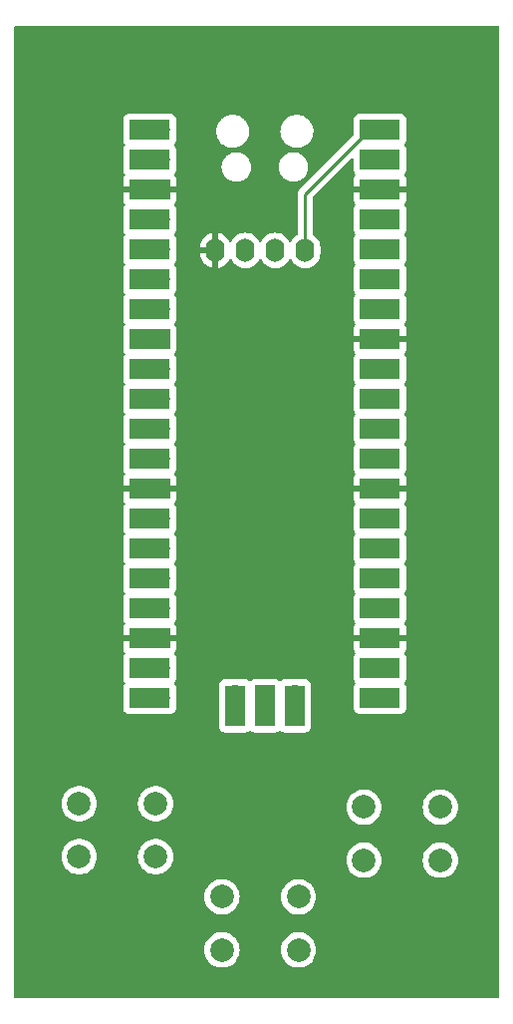
<source format=gbr>
%TF.GenerationSoftware,KiCad,Pcbnew,7.0.10+dfsg-1*%
%TF.CreationDate,2024-01-31T12:43:45+01:00*%
%TF.ProjectId,pcb_chibi,7063625f-6368-4696-9269-2e6b69636164,rev?*%
%TF.SameCoordinates,Original*%
%TF.FileFunction,Copper,L2,Bot*%
%TF.FilePolarity,Positive*%
%FSLAX46Y46*%
G04 Gerber Fmt 4.6, Leading zero omitted, Abs format (unit mm)*
G04 Created by KiCad (PCBNEW 7.0.10+dfsg-1) date 2024-01-31 12:43:45*
%MOMM*%
%LPD*%
G01*
G04 APERTURE LIST*
%TA.AperFunction,ComponentPad*%
%ADD10C,2.000000*%
%TD*%
%TA.AperFunction,ComponentPad*%
%ADD11O,1.600000X2.000000*%
%TD*%
%TA.AperFunction,SMDPad,CuDef*%
%ADD12R,1.700000X3.500000*%
%TD*%
%TA.AperFunction,ComponentPad*%
%ADD13O,1.700000X1.700000*%
%TD*%
%TA.AperFunction,ComponentPad*%
%ADD14R,1.700000X1.700000*%
%TD*%
%TA.AperFunction,SMDPad,CuDef*%
%ADD15R,3.500000X1.700000*%
%TD*%
%TA.AperFunction,Conductor*%
%ADD16C,0.250000*%
%TD*%
G04 APERTURE END LIST*
D10*
%TO.P,SW1,1,1*%
%TO.N,+3V3*%
X122555000Y-134040000D03*
X116055000Y-134040000D03*
%TO.P,SW1,2,2*%
%TO.N,Net-(U1-GPIO2)*%
X122555000Y-129540000D03*
X116055000Y-129540000D03*
%TD*%
%TO.P,SW3,1,1*%
%TO.N,+3V3*%
X146760000Y-134330000D03*
X140260000Y-134330000D03*
%TO.P,SW3,2,2*%
%TO.N,Net-(U1-GPIO4)*%
X146760000Y-129830000D03*
X140260000Y-129830000D03*
%TD*%
D11*
%TO.P,Display,4,SDA*%
%TO.N,Net-(Brd1-SDA)*%
X135255000Y-82550000D03*
%TO.P,Display,3,SCL*%
%TO.N,Net-(Brd1-SCL)*%
X132715000Y-82550000D03*
%TO.P,Display,2,VCC*%
%TO.N,+3V3*%
X130175000Y-82550000D03*
%TO.P,Display,1,GND*%
%TO.N,GND*%
X127635000Y-82550000D03*
%TD*%
D10*
%TO.P,SW2,1,1*%
%TO.N,+3V3*%
X134695000Y-141950000D03*
X128195000Y-141950000D03*
%TO.P,SW2,2,2*%
%TO.N,Net-(U1-GPIO3)*%
X134695000Y-137450000D03*
X128195000Y-137450000D03*
%TD*%
D12*
%TO.P,Pico,43,SWDIO*%
%TO.N,unconnected-(U1-SWDIO-Pad43)*%
X129295000Y-121235000D03*
D13*
X129295000Y-120335000D03*
D12*
%TO.P,Pico,42,GND*%
%TO.N,unconnected-(U1-GND-Pad42)*%
X131835000Y-121235000D03*
D14*
X131835000Y-120335000D03*
D12*
%TO.P,Pico,41,SWCLK*%
%TO.N,unconnected-(U1-SWCLK-Pad41)*%
X134375000Y-121235000D03*
D13*
X134375000Y-120335000D03*
D15*
%TO.P,Pico,40,VBUS*%
%TO.N,unconnected-(U1-VBUS-Pad40)*%
X122045000Y-72305000D03*
D13*
X122945000Y-72305000D03*
D15*
%TO.P,Pico,39,VSYS*%
%TO.N,unconnected-(U1-VSYS-Pad39)*%
X122045000Y-74845000D03*
D13*
X122945000Y-74845000D03*
D15*
%TO.P,Pico,38,GND*%
%TO.N,GND*%
X122045000Y-77385000D03*
D14*
X122945000Y-77385000D03*
D15*
%TO.P,Pico,37,3V3_EN*%
%TO.N,unconnected-(U1-3V3_EN-Pad37)*%
X122045000Y-79925000D03*
D13*
X122945000Y-79925000D03*
D15*
%TO.P,Pico,36,3V3*%
%TO.N,+3V3*%
X122045000Y-82465000D03*
D13*
X122945000Y-82465000D03*
D15*
%TO.P,Pico,35,ADC_VREF*%
%TO.N,unconnected-(U1-ADC_VREF-Pad35)*%
X122045000Y-85005000D03*
D13*
X122945000Y-85005000D03*
D15*
%TO.P,Pico,34,GPIO28_ADC2*%
%TO.N,unconnected-(U1-GPIO28_ADC2-Pad34)*%
X122045000Y-87545000D03*
D13*
X122945000Y-87545000D03*
D15*
%TO.P,Pico,33,AGND*%
%TO.N,unconnected-(U1-AGND-Pad33)*%
X122045000Y-90085000D03*
D14*
X122945000Y-90085000D03*
D15*
%TO.P,Pico,32,GPIO27_ADC1*%
%TO.N,unconnected-(U1-GPIO27_ADC1-Pad32)*%
X122045000Y-92625000D03*
D13*
X122945000Y-92625000D03*
D15*
%TO.P,Pico,31,GPIO26_ADC0*%
%TO.N,unconnected-(U1-GPIO26_ADC0-Pad31)*%
X122045000Y-95165000D03*
D13*
X122945000Y-95165000D03*
D15*
%TO.P,Pico,30,RUN*%
%TO.N,unconnected-(U1-RUN-Pad30)*%
X122045000Y-97705000D03*
D13*
X122945000Y-97705000D03*
D15*
%TO.P,Pico,29,GPIO22*%
%TO.N,unconnected-(U1-GPIO22-Pad29)*%
X122045000Y-100245000D03*
D13*
X122945000Y-100245000D03*
D15*
%TO.P,Pico,28,GND*%
%TO.N,GND*%
X122045000Y-102785000D03*
D14*
X122945000Y-102785000D03*
D15*
%TO.P,Pico,27,GPIO21*%
%TO.N,unconnected-(U1-GPIO21-Pad27)*%
X122045000Y-105325000D03*
D13*
X122945000Y-105325000D03*
D15*
%TO.P,Pico,26,GPIO20*%
%TO.N,unconnected-(U1-GPIO20-Pad26)*%
X122045000Y-107865000D03*
D13*
X122945000Y-107865000D03*
D15*
%TO.P,Pico,25,GPIO19*%
%TO.N,unconnected-(U1-GPIO19-Pad25)*%
X122045000Y-110405000D03*
D13*
X122945000Y-110405000D03*
D15*
%TO.P,Pico,24,GPIO18*%
%TO.N,unconnected-(U1-GPIO18-Pad24)*%
X122045000Y-112945000D03*
D13*
X122945000Y-112945000D03*
D15*
%TO.P,Pico,23,GND*%
%TO.N,GND*%
X122045000Y-115485000D03*
D14*
X122945000Y-115485000D03*
D15*
%TO.P,Pico,22,GPIO17*%
%TO.N,unconnected-(U1-GPIO17-Pad22)*%
X122045000Y-118025000D03*
D13*
X122945000Y-118025000D03*
D15*
%TO.P,Pico,21,GPIO16*%
%TO.N,unconnected-(U1-GPIO16-Pad21)*%
X122045000Y-120565000D03*
D13*
X122945000Y-120565000D03*
D15*
%TO.P,Pico,20,GPIO15*%
%TO.N,unconnected-(U1-GPIO15-Pad20)*%
X141625000Y-120565000D03*
D13*
X140725000Y-120565000D03*
D15*
%TO.P,Pico,19,GPIO14*%
%TO.N,unconnected-(U1-GPIO14-Pad19)*%
X141625000Y-118025000D03*
D13*
X140725000Y-118025000D03*
D15*
%TO.P,Pico,18,GND*%
%TO.N,GND*%
X141625000Y-115485000D03*
D14*
X140725000Y-115485000D03*
D15*
%TO.P,Pico,17,GPIO13*%
%TO.N,unconnected-(U1-GPIO13-Pad17)*%
X141625000Y-112945000D03*
D13*
X140725000Y-112945000D03*
D15*
%TO.P,Pico,16,GPIO12*%
%TO.N,unconnected-(U1-GPIO12-Pad16)*%
X141625000Y-110405000D03*
D13*
X140725000Y-110405000D03*
D15*
%TO.P,Pico,15,GPIO11*%
%TO.N,unconnected-(U1-GPIO11-Pad15)*%
X141625000Y-107865000D03*
D13*
X140725000Y-107865000D03*
D15*
%TO.P,Pico,14,GPIO10*%
%TO.N,unconnected-(U1-GPIO10-Pad14)*%
X141625000Y-105325000D03*
D13*
X140725000Y-105325000D03*
D15*
%TO.P,Pico,13,GND*%
%TO.N,GND*%
X141625000Y-102785000D03*
D14*
X140725000Y-102785000D03*
D15*
%TO.P,Pico,12,GPIO9*%
%TO.N,unconnected-(U1-GPIO9-Pad12)*%
X141625000Y-100245000D03*
D13*
X140725000Y-100245000D03*
D15*
%TO.P,Pico,11,GPIO8*%
%TO.N,unconnected-(U1-GPIO8-Pad11)*%
X141625000Y-97705000D03*
D13*
X140725000Y-97705000D03*
D15*
%TO.P,Pico,10,GPIO7*%
%TO.N,unconnected-(U1-GPIO7-Pad10)*%
X141625000Y-95165000D03*
D13*
X140725000Y-95165000D03*
D15*
%TO.P,Pico,9,GPIO6*%
%TO.N,unconnected-(U1-GPIO6-Pad9)*%
X141625000Y-92625000D03*
D13*
X140725000Y-92625000D03*
D15*
%TO.P,Pico,8,GND*%
%TO.N,GND*%
X141625000Y-90085000D03*
D14*
X140725000Y-90085000D03*
D15*
%TO.P,Pico,7,GPIO5*%
%TO.N,unconnected-(U1-GPIO5-Pad7)*%
X141625000Y-87545000D03*
D13*
X140725000Y-87545000D03*
D15*
%TO.P,Pico,6,GPIO4*%
%TO.N,Net-(U1-GPIO4)*%
X141625000Y-85005000D03*
D13*
X140725000Y-85005000D03*
D15*
%TO.P,Pico,5,GPIO3*%
%TO.N,Net-(U1-GPIO3)*%
X141625000Y-82465000D03*
D13*
X140725000Y-82465000D03*
D15*
%TO.P,Pico,4,GPIO2*%
%TO.N,Net-(U1-GPIO2)*%
X141625000Y-79925000D03*
D13*
X140725000Y-79925000D03*
D15*
%TO.P,Pico,3,GND*%
%TO.N,GND*%
X141625000Y-77385000D03*
D14*
X140725000Y-77385000D03*
D15*
%TO.P,Pico,2,GPIO1*%
%TO.N,Net-(Brd1-SCL)*%
X141625000Y-74845000D03*
D13*
X140725000Y-74845000D03*
D15*
%TO.P,Pico,1,GPIO0*%
%TO.N,Net-(Brd1-SDA)*%
X141625000Y-72305000D03*
D13*
X140725000Y-72305000D03*
%TD*%
D16*
%TO.N,Net-(Brd1-SDA)*%
X135255000Y-82550000D02*
X135255000Y-77775000D01*
X135255000Y-77775000D02*
X140725000Y-72305000D01*
%TD*%
%TA.AperFunction,Conductor*%
%TO.N,GND*%
G36*
X151708039Y-63519685D02*
G01*
X151753794Y-63572489D01*
X151765000Y-63624000D01*
X151765000Y-145926000D01*
X151745315Y-145993039D01*
X151692511Y-146038794D01*
X151641000Y-146050000D01*
X110614000Y-146050000D01*
X110546961Y-146030315D01*
X110501206Y-145977511D01*
X110490000Y-145926000D01*
X110490000Y-141950005D01*
X126689357Y-141950005D01*
X126709890Y-142197812D01*
X126709892Y-142197824D01*
X126770936Y-142438881D01*
X126870826Y-142666606D01*
X127006833Y-142874782D01*
X127006836Y-142874785D01*
X127175256Y-143057738D01*
X127371491Y-143210474D01*
X127590190Y-143328828D01*
X127825386Y-143409571D01*
X128070665Y-143450500D01*
X128319335Y-143450500D01*
X128564614Y-143409571D01*
X128799810Y-143328828D01*
X129018509Y-143210474D01*
X129214744Y-143057738D01*
X129383164Y-142874785D01*
X129519173Y-142666607D01*
X129619063Y-142438881D01*
X129680108Y-142197821D01*
X129700643Y-141950005D01*
X133189357Y-141950005D01*
X133209890Y-142197812D01*
X133209892Y-142197824D01*
X133270936Y-142438881D01*
X133370826Y-142666606D01*
X133506833Y-142874782D01*
X133506836Y-142874785D01*
X133675256Y-143057738D01*
X133871491Y-143210474D01*
X134090190Y-143328828D01*
X134325386Y-143409571D01*
X134570665Y-143450500D01*
X134819335Y-143450500D01*
X135064614Y-143409571D01*
X135299810Y-143328828D01*
X135518509Y-143210474D01*
X135714744Y-143057738D01*
X135883164Y-142874785D01*
X136019173Y-142666607D01*
X136119063Y-142438881D01*
X136180108Y-142197821D01*
X136200643Y-141950000D01*
X136180108Y-141702179D01*
X136119063Y-141461119D01*
X136019173Y-141233393D01*
X135883166Y-141025217D01*
X135861557Y-141001744D01*
X135714744Y-140842262D01*
X135518509Y-140689526D01*
X135518507Y-140689525D01*
X135518506Y-140689524D01*
X135299811Y-140571172D01*
X135299802Y-140571169D01*
X135064616Y-140490429D01*
X134819335Y-140449500D01*
X134570665Y-140449500D01*
X134325383Y-140490429D01*
X134090197Y-140571169D01*
X134090188Y-140571172D01*
X133871493Y-140689524D01*
X133675257Y-140842261D01*
X133506833Y-141025217D01*
X133370826Y-141233393D01*
X133270936Y-141461118D01*
X133209892Y-141702175D01*
X133209890Y-141702187D01*
X133189357Y-141949994D01*
X133189357Y-141950005D01*
X129700643Y-141950005D01*
X129700643Y-141950000D01*
X129680108Y-141702179D01*
X129619063Y-141461119D01*
X129519173Y-141233393D01*
X129383166Y-141025217D01*
X129361557Y-141001744D01*
X129214744Y-140842262D01*
X129018509Y-140689526D01*
X129018507Y-140689525D01*
X129018506Y-140689524D01*
X128799811Y-140571172D01*
X128799802Y-140571169D01*
X128564616Y-140490429D01*
X128319335Y-140449500D01*
X128070665Y-140449500D01*
X127825383Y-140490429D01*
X127590197Y-140571169D01*
X127590188Y-140571172D01*
X127371493Y-140689524D01*
X127175257Y-140842261D01*
X127006833Y-141025217D01*
X126870826Y-141233393D01*
X126770936Y-141461118D01*
X126709892Y-141702175D01*
X126709890Y-141702187D01*
X126689357Y-141949994D01*
X126689357Y-141950005D01*
X110490000Y-141950005D01*
X110490000Y-137450005D01*
X126689357Y-137450005D01*
X126709890Y-137697812D01*
X126709892Y-137697824D01*
X126770936Y-137938881D01*
X126870826Y-138166606D01*
X127006833Y-138374782D01*
X127006836Y-138374785D01*
X127175256Y-138557738D01*
X127371491Y-138710474D01*
X127590190Y-138828828D01*
X127825386Y-138909571D01*
X128070665Y-138950500D01*
X128319335Y-138950500D01*
X128564614Y-138909571D01*
X128799810Y-138828828D01*
X129018509Y-138710474D01*
X129214744Y-138557738D01*
X129383164Y-138374785D01*
X129519173Y-138166607D01*
X129619063Y-137938881D01*
X129680108Y-137697821D01*
X129700643Y-137450005D01*
X133189357Y-137450005D01*
X133209890Y-137697812D01*
X133209892Y-137697824D01*
X133270936Y-137938881D01*
X133370826Y-138166606D01*
X133506833Y-138374782D01*
X133506836Y-138374785D01*
X133675256Y-138557738D01*
X133871491Y-138710474D01*
X134090190Y-138828828D01*
X134325386Y-138909571D01*
X134570665Y-138950500D01*
X134819335Y-138950500D01*
X135064614Y-138909571D01*
X135299810Y-138828828D01*
X135518509Y-138710474D01*
X135714744Y-138557738D01*
X135883164Y-138374785D01*
X136019173Y-138166607D01*
X136119063Y-137938881D01*
X136180108Y-137697821D01*
X136200643Y-137450000D01*
X136180108Y-137202179D01*
X136119063Y-136961119D01*
X136019173Y-136733393D01*
X135883166Y-136525217D01*
X135861557Y-136501744D01*
X135714744Y-136342262D01*
X135518509Y-136189526D01*
X135518507Y-136189525D01*
X135518506Y-136189524D01*
X135299811Y-136071172D01*
X135299802Y-136071169D01*
X135064616Y-135990429D01*
X134819335Y-135949500D01*
X134570665Y-135949500D01*
X134325383Y-135990429D01*
X134090197Y-136071169D01*
X134090188Y-136071172D01*
X133871493Y-136189524D01*
X133675257Y-136342261D01*
X133506833Y-136525217D01*
X133370826Y-136733393D01*
X133270936Y-136961118D01*
X133209892Y-137202175D01*
X133209890Y-137202187D01*
X133189357Y-137449994D01*
X133189357Y-137450005D01*
X129700643Y-137450005D01*
X129700643Y-137450000D01*
X129680108Y-137202179D01*
X129619063Y-136961119D01*
X129519173Y-136733393D01*
X129383166Y-136525217D01*
X129361557Y-136501744D01*
X129214744Y-136342262D01*
X129018509Y-136189526D01*
X129018507Y-136189525D01*
X129018506Y-136189524D01*
X128799811Y-136071172D01*
X128799802Y-136071169D01*
X128564616Y-135990429D01*
X128319335Y-135949500D01*
X128070665Y-135949500D01*
X127825383Y-135990429D01*
X127590197Y-136071169D01*
X127590188Y-136071172D01*
X127371493Y-136189524D01*
X127175257Y-136342261D01*
X127006833Y-136525217D01*
X126870826Y-136733393D01*
X126770936Y-136961118D01*
X126709892Y-137202175D01*
X126709890Y-137202187D01*
X126689357Y-137449994D01*
X126689357Y-137450005D01*
X110490000Y-137450005D01*
X110490000Y-134040005D01*
X114549357Y-134040005D01*
X114569890Y-134287812D01*
X114569892Y-134287824D01*
X114630936Y-134528881D01*
X114730826Y-134756606D01*
X114866833Y-134964782D01*
X114866836Y-134964785D01*
X115035256Y-135147738D01*
X115231491Y-135300474D01*
X115450190Y-135418828D01*
X115685386Y-135499571D01*
X115930665Y-135540500D01*
X116179335Y-135540500D01*
X116424614Y-135499571D01*
X116659810Y-135418828D01*
X116878509Y-135300474D01*
X117074744Y-135147738D01*
X117243164Y-134964785D01*
X117379173Y-134756607D01*
X117479063Y-134528881D01*
X117540108Y-134287821D01*
X117540109Y-134287812D01*
X117560643Y-134040005D01*
X121049357Y-134040005D01*
X121069890Y-134287812D01*
X121069892Y-134287824D01*
X121130936Y-134528881D01*
X121230826Y-134756606D01*
X121366833Y-134964782D01*
X121366836Y-134964785D01*
X121535256Y-135147738D01*
X121731491Y-135300474D01*
X121950190Y-135418828D01*
X122185386Y-135499571D01*
X122430665Y-135540500D01*
X122679335Y-135540500D01*
X122924614Y-135499571D01*
X123159810Y-135418828D01*
X123378509Y-135300474D01*
X123574744Y-135147738D01*
X123743164Y-134964785D01*
X123879173Y-134756607D01*
X123979063Y-134528881D01*
X124029426Y-134330005D01*
X138754357Y-134330005D01*
X138774890Y-134577812D01*
X138774892Y-134577824D01*
X138835936Y-134818881D01*
X138935826Y-135046606D01*
X139071833Y-135254782D01*
X139071836Y-135254785D01*
X139240256Y-135437738D01*
X139436491Y-135590474D01*
X139655190Y-135708828D01*
X139890386Y-135789571D01*
X140135665Y-135830500D01*
X140384335Y-135830500D01*
X140629614Y-135789571D01*
X140864810Y-135708828D01*
X141083509Y-135590474D01*
X141279744Y-135437738D01*
X141448164Y-135254785D01*
X141584173Y-135046607D01*
X141684063Y-134818881D01*
X141745108Y-134577821D01*
X141745109Y-134577812D01*
X141765643Y-134330005D01*
X145254357Y-134330005D01*
X145274890Y-134577812D01*
X145274892Y-134577824D01*
X145335936Y-134818881D01*
X145435826Y-135046606D01*
X145571833Y-135254782D01*
X145571836Y-135254785D01*
X145740256Y-135437738D01*
X145936491Y-135590474D01*
X146155190Y-135708828D01*
X146390386Y-135789571D01*
X146635665Y-135830500D01*
X146884335Y-135830500D01*
X147129614Y-135789571D01*
X147364810Y-135708828D01*
X147583509Y-135590474D01*
X147779744Y-135437738D01*
X147948164Y-135254785D01*
X148084173Y-135046607D01*
X148184063Y-134818881D01*
X148245108Y-134577821D01*
X148245109Y-134577812D01*
X148265643Y-134330005D01*
X148265643Y-134329994D01*
X148245109Y-134082187D01*
X148245107Y-134082175D01*
X148184063Y-133841118D01*
X148084173Y-133613393D01*
X147948166Y-133405217D01*
X147926557Y-133381744D01*
X147779744Y-133222262D01*
X147583509Y-133069526D01*
X147583507Y-133069525D01*
X147583506Y-133069524D01*
X147364811Y-132951172D01*
X147364802Y-132951169D01*
X147129616Y-132870429D01*
X146884335Y-132829500D01*
X146635665Y-132829500D01*
X146390383Y-132870429D01*
X146155197Y-132951169D01*
X146155188Y-132951172D01*
X145936493Y-133069524D01*
X145740257Y-133222261D01*
X145571833Y-133405217D01*
X145435826Y-133613393D01*
X145335936Y-133841118D01*
X145274892Y-134082175D01*
X145274890Y-134082187D01*
X145254357Y-134329994D01*
X145254357Y-134330005D01*
X141765643Y-134330005D01*
X141765643Y-134329994D01*
X141745109Y-134082187D01*
X141745107Y-134082175D01*
X141684063Y-133841118D01*
X141584173Y-133613393D01*
X141448166Y-133405217D01*
X141426557Y-133381744D01*
X141279744Y-133222262D01*
X141083509Y-133069526D01*
X141083507Y-133069525D01*
X141083506Y-133069524D01*
X140864811Y-132951172D01*
X140864802Y-132951169D01*
X140629616Y-132870429D01*
X140384335Y-132829500D01*
X140135665Y-132829500D01*
X139890383Y-132870429D01*
X139655197Y-132951169D01*
X139655188Y-132951172D01*
X139436493Y-133069524D01*
X139240257Y-133222261D01*
X139071833Y-133405217D01*
X138935826Y-133613393D01*
X138835936Y-133841118D01*
X138774892Y-134082175D01*
X138774890Y-134082187D01*
X138754357Y-134329994D01*
X138754357Y-134330005D01*
X124029426Y-134330005D01*
X124040108Y-134287821D01*
X124040109Y-134287812D01*
X124060643Y-134040005D01*
X124060643Y-134039994D01*
X124040109Y-133792187D01*
X124040107Y-133792175D01*
X123979063Y-133551118D01*
X123879173Y-133323393D01*
X123743166Y-133115217D01*
X123701102Y-133069524D01*
X123574744Y-132932262D01*
X123378509Y-132779526D01*
X123378507Y-132779525D01*
X123378506Y-132779524D01*
X123159811Y-132661172D01*
X123159802Y-132661169D01*
X122924616Y-132580429D01*
X122679335Y-132539500D01*
X122430665Y-132539500D01*
X122185383Y-132580429D01*
X121950197Y-132661169D01*
X121950188Y-132661172D01*
X121731493Y-132779524D01*
X121535257Y-132932261D01*
X121366833Y-133115217D01*
X121230826Y-133323393D01*
X121130936Y-133551118D01*
X121069892Y-133792175D01*
X121069890Y-133792187D01*
X121049357Y-134039994D01*
X121049357Y-134040005D01*
X117560643Y-134040005D01*
X117560643Y-134039994D01*
X117540109Y-133792187D01*
X117540107Y-133792175D01*
X117479063Y-133551118D01*
X117379173Y-133323393D01*
X117243166Y-133115217D01*
X117201102Y-133069524D01*
X117074744Y-132932262D01*
X116878509Y-132779526D01*
X116878507Y-132779525D01*
X116878506Y-132779524D01*
X116659811Y-132661172D01*
X116659802Y-132661169D01*
X116424616Y-132580429D01*
X116179335Y-132539500D01*
X115930665Y-132539500D01*
X115685383Y-132580429D01*
X115450197Y-132661169D01*
X115450188Y-132661172D01*
X115231493Y-132779524D01*
X115035257Y-132932261D01*
X114866833Y-133115217D01*
X114730826Y-133323393D01*
X114630936Y-133551118D01*
X114569892Y-133792175D01*
X114569890Y-133792187D01*
X114549357Y-134039994D01*
X114549357Y-134040005D01*
X110490000Y-134040005D01*
X110490000Y-129540005D01*
X114549357Y-129540005D01*
X114569890Y-129787812D01*
X114569892Y-129787824D01*
X114630936Y-130028881D01*
X114730826Y-130256606D01*
X114866833Y-130464782D01*
X114866836Y-130464785D01*
X115035256Y-130647738D01*
X115231491Y-130800474D01*
X115450190Y-130918828D01*
X115685386Y-130999571D01*
X115930665Y-131040500D01*
X116179335Y-131040500D01*
X116424614Y-130999571D01*
X116659810Y-130918828D01*
X116878509Y-130800474D01*
X117074744Y-130647738D01*
X117243164Y-130464785D01*
X117379173Y-130256607D01*
X117479063Y-130028881D01*
X117540108Y-129787821D01*
X117540109Y-129787812D01*
X117560643Y-129540005D01*
X121049357Y-129540005D01*
X121069890Y-129787812D01*
X121069892Y-129787824D01*
X121130936Y-130028881D01*
X121230826Y-130256606D01*
X121366833Y-130464782D01*
X121366836Y-130464785D01*
X121535256Y-130647738D01*
X121731491Y-130800474D01*
X121950190Y-130918828D01*
X122185386Y-130999571D01*
X122430665Y-131040500D01*
X122679335Y-131040500D01*
X122924614Y-130999571D01*
X123159810Y-130918828D01*
X123378509Y-130800474D01*
X123574744Y-130647738D01*
X123743164Y-130464785D01*
X123879173Y-130256607D01*
X123979063Y-130028881D01*
X124029426Y-129830005D01*
X138754357Y-129830005D01*
X138774890Y-130077812D01*
X138774892Y-130077824D01*
X138835936Y-130318881D01*
X138935826Y-130546606D01*
X139071833Y-130754782D01*
X139071836Y-130754785D01*
X139240256Y-130937738D01*
X139436491Y-131090474D01*
X139655190Y-131208828D01*
X139890386Y-131289571D01*
X140135665Y-131330500D01*
X140384335Y-131330500D01*
X140629614Y-131289571D01*
X140864810Y-131208828D01*
X141083509Y-131090474D01*
X141279744Y-130937738D01*
X141448164Y-130754785D01*
X141584173Y-130546607D01*
X141684063Y-130318881D01*
X141745108Y-130077821D01*
X141745109Y-130077812D01*
X141765643Y-129830005D01*
X145254357Y-129830005D01*
X145274890Y-130077812D01*
X145274892Y-130077824D01*
X145335936Y-130318881D01*
X145435826Y-130546606D01*
X145571833Y-130754782D01*
X145571836Y-130754785D01*
X145740256Y-130937738D01*
X145936491Y-131090474D01*
X146155190Y-131208828D01*
X146390386Y-131289571D01*
X146635665Y-131330500D01*
X146884335Y-131330500D01*
X147129614Y-131289571D01*
X147364810Y-131208828D01*
X147583509Y-131090474D01*
X147779744Y-130937738D01*
X147948164Y-130754785D01*
X148084173Y-130546607D01*
X148184063Y-130318881D01*
X148245108Y-130077821D01*
X148245109Y-130077812D01*
X148265643Y-129830005D01*
X148265643Y-129829994D01*
X148245109Y-129582187D01*
X148245107Y-129582175D01*
X148184063Y-129341118D01*
X148084173Y-129113393D01*
X147948166Y-128905217D01*
X147926557Y-128881744D01*
X147779744Y-128722262D01*
X147583509Y-128569526D01*
X147583507Y-128569525D01*
X147583506Y-128569524D01*
X147364811Y-128451172D01*
X147364802Y-128451169D01*
X147129616Y-128370429D01*
X146884335Y-128329500D01*
X146635665Y-128329500D01*
X146390383Y-128370429D01*
X146155197Y-128451169D01*
X146155188Y-128451172D01*
X145936493Y-128569524D01*
X145740257Y-128722261D01*
X145571833Y-128905217D01*
X145435826Y-129113393D01*
X145335936Y-129341118D01*
X145274892Y-129582175D01*
X145274890Y-129582187D01*
X145254357Y-129829994D01*
X145254357Y-129830005D01*
X141765643Y-129830005D01*
X141765643Y-129829994D01*
X141745109Y-129582187D01*
X141745107Y-129582175D01*
X141684063Y-129341118D01*
X141584173Y-129113393D01*
X141448166Y-128905217D01*
X141426557Y-128881744D01*
X141279744Y-128722262D01*
X141083509Y-128569526D01*
X141083507Y-128569525D01*
X141083506Y-128569524D01*
X140864811Y-128451172D01*
X140864802Y-128451169D01*
X140629616Y-128370429D01*
X140384335Y-128329500D01*
X140135665Y-128329500D01*
X139890383Y-128370429D01*
X139655197Y-128451169D01*
X139655188Y-128451172D01*
X139436493Y-128569524D01*
X139240257Y-128722261D01*
X139071833Y-128905217D01*
X138935826Y-129113393D01*
X138835936Y-129341118D01*
X138774892Y-129582175D01*
X138774890Y-129582187D01*
X138754357Y-129829994D01*
X138754357Y-129830005D01*
X124029426Y-129830005D01*
X124040108Y-129787821D01*
X124040109Y-129787812D01*
X124060643Y-129540005D01*
X124060643Y-129539994D01*
X124040109Y-129292187D01*
X124040107Y-129292175D01*
X123979063Y-129051118D01*
X123879173Y-128823393D01*
X123743166Y-128615217D01*
X123701102Y-128569524D01*
X123574744Y-128432262D01*
X123378509Y-128279526D01*
X123378507Y-128279525D01*
X123378506Y-128279524D01*
X123159811Y-128161172D01*
X123159802Y-128161169D01*
X122924616Y-128080429D01*
X122679335Y-128039500D01*
X122430665Y-128039500D01*
X122185383Y-128080429D01*
X121950197Y-128161169D01*
X121950188Y-128161172D01*
X121731493Y-128279524D01*
X121535257Y-128432261D01*
X121366833Y-128615217D01*
X121230826Y-128823393D01*
X121130936Y-129051118D01*
X121069892Y-129292175D01*
X121069890Y-129292187D01*
X121049357Y-129539994D01*
X121049357Y-129540005D01*
X117560643Y-129540005D01*
X117560643Y-129539994D01*
X117540109Y-129292187D01*
X117540107Y-129292175D01*
X117479063Y-129051118D01*
X117379173Y-128823393D01*
X117243166Y-128615217D01*
X117201102Y-128569524D01*
X117074744Y-128432262D01*
X116878509Y-128279526D01*
X116878507Y-128279525D01*
X116878506Y-128279524D01*
X116659811Y-128161172D01*
X116659802Y-128161169D01*
X116424616Y-128080429D01*
X116179335Y-128039500D01*
X115930665Y-128039500D01*
X115685383Y-128080429D01*
X115450197Y-128161169D01*
X115450188Y-128161172D01*
X115231493Y-128279524D01*
X115035257Y-128432261D01*
X114866833Y-128615217D01*
X114730826Y-128823393D01*
X114630936Y-129051118D01*
X114569892Y-129292175D01*
X114569890Y-129292187D01*
X114549357Y-129539994D01*
X114549357Y-129540005D01*
X110490000Y-129540005D01*
X110490000Y-121462870D01*
X119794500Y-121462870D01*
X119794501Y-121462876D01*
X119800908Y-121522483D01*
X119851202Y-121657328D01*
X119851206Y-121657335D01*
X119937452Y-121772544D01*
X119937455Y-121772547D01*
X120052664Y-121858793D01*
X120052671Y-121858797D01*
X120187517Y-121909091D01*
X120187516Y-121909091D01*
X120194444Y-121909835D01*
X120247127Y-121915500D01*
X122880611Y-121915499D01*
X122891419Y-121915971D01*
X122944999Y-121920659D01*
X122945000Y-121920659D01*
X122945001Y-121920659D01*
X122998580Y-121915971D01*
X123009388Y-121915499D01*
X123842871Y-121915499D01*
X123842872Y-121915499D01*
X123902483Y-121909091D01*
X124037331Y-121858796D01*
X124152546Y-121772546D01*
X124238796Y-121657331D01*
X124289091Y-121522483D01*
X124295500Y-121462873D01*
X124295499Y-120629383D01*
X124295971Y-120618576D01*
X124300659Y-120565000D01*
X124300659Y-120564999D01*
X124295971Y-120511421D01*
X124295499Y-120500613D01*
X124295499Y-120335001D01*
X127939341Y-120335001D01*
X127944028Y-120388574D01*
X127944500Y-120399381D01*
X127944500Y-123032870D01*
X127944501Y-123032876D01*
X127950908Y-123092483D01*
X128001202Y-123227328D01*
X128001206Y-123227335D01*
X128087452Y-123342544D01*
X128087455Y-123342547D01*
X128202664Y-123428793D01*
X128202671Y-123428797D01*
X128337517Y-123479091D01*
X128337516Y-123479091D01*
X128344444Y-123479835D01*
X128397127Y-123485500D01*
X130192872Y-123485499D01*
X130252483Y-123479091D01*
X130387331Y-123428796D01*
X130490690Y-123351421D01*
X130556152Y-123327004D01*
X130624425Y-123341855D01*
X130639303Y-123351416D01*
X130742665Y-123428793D01*
X130742668Y-123428795D01*
X130742671Y-123428797D01*
X130877517Y-123479091D01*
X130877516Y-123479091D01*
X130884444Y-123479835D01*
X130937127Y-123485500D01*
X132732872Y-123485499D01*
X132792483Y-123479091D01*
X132927331Y-123428796D01*
X133030690Y-123351421D01*
X133096152Y-123327004D01*
X133164425Y-123341855D01*
X133179303Y-123351416D01*
X133282665Y-123428793D01*
X133282668Y-123428795D01*
X133282671Y-123428797D01*
X133417517Y-123479091D01*
X133417516Y-123479091D01*
X133424444Y-123479835D01*
X133477127Y-123485500D01*
X135272872Y-123485499D01*
X135332483Y-123479091D01*
X135467331Y-123428796D01*
X135582546Y-123342546D01*
X135668796Y-123227331D01*
X135719091Y-123092483D01*
X135725500Y-123032873D01*
X135725499Y-120399381D01*
X135725971Y-120388578D01*
X135730659Y-120335000D01*
X135730659Y-120334999D01*
X135725971Y-120281418D01*
X135725499Y-120270610D01*
X135725499Y-119437129D01*
X135725498Y-119437123D01*
X135725497Y-119437116D01*
X135719091Y-119377517D01*
X135716030Y-119369311D01*
X135668797Y-119242671D01*
X135668793Y-119242664D01*
X135582547Y-119127455D01*
X135582544Y-119127452D01*
X135467335Y-119041206D01*
X135467328Y-119041202D01*
X135332482Y-118990908D01*
X135332483Y-118990908D01*
X135272883Y-118984501D01*
X135272881Y-118984500D01*
X135272873Y-118984500D01*
X135272865Y-118984500D01*
X134439383Y-118984500D01*
X134428576Y-118984028D01*
X134375002Y-118979341D01*
X134374999Y-118979341D01*
X134339865Y-118982414D01*
X134321421Y-118984028D01*
X134310616Y-118984500D01*
X133477129Y-118984500D01*
X133477123Y-118984501D01*
X133417516Y-118990908D01*
X133282671Y-119041202D01*
X133282669Y-119041203D01*
X133179311Y-119118578D01*
X133113847Y-119142995D01*
X133045574Y-119128144D01*
X133030689Y-119118578D01*
X132927330Y-119041203D01*
X132927328Y-119041202D01*
X132792482Y-118990908D01*
X132792483Y-118990908D01*
X132732883Y-118984501D01*
X132732881Y-118984500D01*
X132732873Y-118984500D01*
X132732864Y-118984500D01*
X130937129Y-118984500D01*
X130937123Y-118984501D01*
X130877516Y-118990908D01*
X130742671Y-119041202D01*
X130742669Y-119041203D01*
X130639311Y-119118578D01*
X130573847Y-119142995D01*
X130505574Y-119128144D01*
X130490689Y-119118578D01*
X130387330Y-119041203D01*
X130387328Y-119041202D01*
X130252482Y-118990908D01*
X130252483Y-118990908D01*
X130192883Y-118984501D01*
X130192881Y-118984500D01*
X130192873Y-118984500D01*
X130192865Y-118984500D01*
X129359383Y-118984500D01*
X129348576Y-118984028D01*
X129295002Y-118979341D01*
X129294999Y-118979341D01*
X129259865Y-118982414D01*
X129241421Y-118984028D01*
X129230616Y-118984500D01*
X128397129Y-118984500D01*
X128397123Y-118984501D01*
X128337516Y-118990908D01*
X128202671Y-119041202D01*
X128202664Y-119041206D01*
X128087455Y-119127452D01*
X128087452Y-119127455D01*
X128001206Y-119242664D01*
X128001202Y-119242671D01*
X127950908Y-119377517D01*
X127944501Y-119437116D01*
X127944501Y-119437123D01*
X127944500Y-119437135D01*
X127944500Y-120270618D01*
X127944028Y-120281425D01*
X127939341Y-120334997D01*
X127939341Y-120335001D01*
X124295499Y-120335001D01*
X124295499Y-119667129D01*
X124295498Y-119667123D01*
X124295497Y-119667116D01*
X124289091Y-119607517D01*
X124238796Y-119472669D01*
X124161421Y-119369309D01*
X124137004Y-119303848D01*
X124151855Y-119235575D01*
X124161416Y-119220696D01*
X124238796Y-119117331D01*
X124289091Y-118982483D01*
X124295500Y-118922873D01*
X124295499Y-118089383D01*
X124295971Y-118078576D01*
X124300659Y-118025000D01*
X124300659Y-118024999D01*
X124295971Y-117971421D01*
X124295499Y-117960613D01*
X124295499Y-117127129D01*
X124295498Y-117127123D01*
X124295497Y-117127116D01*
X124289091Y-117067517D01*
X124238796Y-116932669D01*
X124161109Y-116828893D01*
X124136692Y-116763430D01*
X124151543Y-116695157D01*
X124161110Y-116680271D01*
X124238352Y-116577089D01*
X124238354Y-116577086D01*
X124288596Y-116442379D01*
X124288598Y-116442372D01*
X124294999Y-116382844D01*
X124295000Y-116382827D01*
X124295000Y-115735000D01*
X123390572Y-115735000D01*
X123413682Y-115699040D01*
X123455000Y-115558327D01*
X123455000Y-115411673D01*
X123413682Y-115270960D01*
X123390572Y-115235000D01*
X124295000Y-115235000D01*
X124295000Y-114587172D01*
X124294999Y-114587155D01*
X124288598Y-114527627D01*
X124288596Y-114527620D01*
X124238354Y-114392913D01*
X124238352Y-114392910D01*
X124161110Y-114289729D01*
X124136692Y-114224265D01*
X124151543Y-114155992D01*
X124161105Y-114141111D01*
X124238796Y-114037331D01*
X124289091Y-113902483D01*
X124295500Y-113842873D01*
X124295499Y-113009383D01*
X124295971Y-112998576D01*
X124300659Y-112945000D01*
X124300659Y-112944999D01*
X124295971Y-112891421D01*
X124295499Y-112880613D01*
X124295499Y-112047129D01*
X124295498Y-112047123D01*
X124295497Y-112047116D01*
X124289091Y-111987517D01*
X124238796Y-111852669D01*
X124161421Y-111749309D01*
X124137004Y-111683848D01*
X124151855Y-111615575D01*
X124161416Y-111600696D01*
X124238796Y-111497331D01*
X124289091Y-111362483D01*
X124295500Y-111302873D01*
X124295499Y-110469383D01*
X124295971Y-110458576D01*
X124300659Y-110405000D01*
X124300659Y-110404999D01*
X124295971Y-110351421D01*
X124295499Y-110340613D01*
X124295499Y-109507129D01*
X124295498Y-109507123D01*
X124295497Y-109507116D01*
X124289091Y-109447517D01*
X124238796Y-109312669D01*
X124161421Y-109209309D01*
X124137004Y-109143848D01*
X124151855Y-109075575D01*
X124161416Y-109060696D01*
X124238796Y-108957331D01*
X124289091Y-108822483D01*
X124295500Y-108762873D01*
X124295499Y-107929383D01*
X124295971Y-107918576D01*
X124300659Y-107865000D01*
X124300659Y-107864999D01*
X124295971Y-107811421D01*
X124295499Y-107800613D01*
X124295499Y-106967129D01*
X124295498Y-106967123D01*
X124295497Y-106967116D01*
X124289091Y-106907517D01*
X124238796Y-106772669D01*
X124161421Y-106669309D01*
X124137004Y-106603848D01*
X124151855Y-106535575D01*
X124161416Y-106520696D01*
X124238796Y-106417331D01*
X124289091Y-106282483D01*
X124295500Y-106222873D01*
X124295499Y-105389383D01*
X124295971Y-105378576D01*
X124300659Y-105325000D01*
X124300659Y-105324999D01*
X124295971Y-105271421D01*
X124295499Y-105260613D01*
X124295499Y-104427129D01*
X124295498Y-104427123D01*
X124295497Y-104427116D01*
X124289091Y-104367517D01*
X124238796Y-104232669D01*
X124161109Y-104128893D01*
X124136692Y-104063430D01*
X124151543Y-103995157D01*
X124161110Y-103980271D01*
X124238352Y-103877089D01*
X124238354Y-103877086D01*
X124288596Y-103742379D01*
X124288598Y-103742372D01*
X124294999Y-103682844D01*
X124295000Y-103682827D01*
X124295000Y-103035000D01*
X123390572Y-103035000D01*
X123413682Y-102999040D01*
X123455000Y-102858327D01*
X123455000Y-102711673D01*
X123413682Y-102570960D01*
X123390572Y-102535000D01*
X124295000Y-102535000D01*
X124295000Y-101887172D01*
X124294999Y-101887155D01*
X124288598Y-101827627D01*
X124288596Y-101827620D01*
X124238354Y-101692913D01*
X124238352Y-101692910D01*
X124161110Y-101589729D01*
X124136692Y-101524265D01*
X124151543Y-101455992D01*
X124161105Y-101441111D01*
X124238796Y-101337331D01*
X124289091Y-101202483D01*
X124295500Y-101142873D01*
X124295499Y-100309383D01*
X124295971Y-100298576D01*
X124300659Y-100245000D01*
X124300659Y-100244999D01*
X124295971Y-100191421D01*
X124295499Y-100180613D01*
X124295499Y-99347129D01*
X124295498Y-99347123D01*
X124295497Y-99347116D01*
X124289091Y-99287517D01*
X124238796Y-99152669D01*
X124161421Y-99049309D01*
X124137004Y-98983848D01*
X124151855Y-98915575D01*
X124161416Y-98900696D01*
X124238796Y-98797331D01*
X124289091Y-98662483D01*
X124295500Y-98602873D01*
X124295499Y-97769383D01*
X124295971Y-97758576D01*
X124300659Y-97705000D01*
X124300659Y-97704999D01*
X124295971Y-97651421D01*
X124295499Y-97640613D01*
X124295499Y-96807129D01*
X124295498Y-96807123D01*
X124295497Y-96807116D01*
X124289091Y-96747517D01*
X124238796Y-96612669D01*
X124161421Y-96509309D01*
X124137004Y-96443848D01*
X124151855Y-96375575D01*
X124161416Y-96360696D01*
X124238796Y-96257331D01*
X124289091Y-96122483D01*
X124295500Y-96062873D01*
X124295499Y-95229383D01*
X124295971Y-95218576D01*
X124300659Y-95165000D01*
X124300659Y-95164999D01*
X124295971Y-95111421D01*
X124295499Y-95100613D01*
X124295499Y-94267129D01*
X124295498Y-94267123D01*
X124295497Y-94267116D01*
X124289091Y-94207517D01*
X124238796Y-94072669D01*
X124161421Y-93969309D01*
X124137004Y-93903848D01*
X124151855Y-93835575D01*
X124161416Y-93820696D01*
X124238796Y-93717331D01*
X124289091Y-93582483D01*
X124295500Y-93522873D01*
X124295499Y-92689383D01*
X124295971Y-92678576D01*
X124300659Y-92625000D01*
X124300659Y-92624999D01*
X124295971Y-92571421D01*
X124295499Y-92560613D01*
X124295499Y-91727129D01*
X124295498Y-91727123D01*
X124295497Y-91727116D01*
X124289091Y-91667517D01*
X124238796Y-91532669D01*
X124161421Y-91429309D01*
X124137004Y-91363848D01*
X124151855Y-91295575D01*
X124161416Y-91280696D01*
X124238796Y-91177331D01*
X124289091Y-91042483D01*
X124295500Y-90982873D01*
X124295499Y-89187128D01*
X124289091Y-89127517D01*
X124238796Y-88992669D01*
X124161421Y-88889309D01*
X124137004Y-88823848D01*
X124151855Y-88755575D01*
X124161416Y-88740696D01*
X124238796Y-88637331D01*
X124289091Y-88502483D01*
X124295500Y-88442873D01*
X124295499Y-87609383D01*
X124295971Y-87598576D01*
X124300659Y-87545000D01*
X124300659Y-87544999D01*
X124295971Y-87491421D01*
X124295499Y-87480613D01*
X124295499Y-86647129D01*
X124295498Y-86647123D01*
X124295497Y-86647116D01*
X124289091Y-86587517D01*
X124238796Y-86452669D01*
X124161421Y-86349309D01*
X124137004Y-86283848D01*
X124151855Y-86215575D01*
X124161416Y-86200696D01*
X124238796Y-86097331D01*
X124289091Y-85962483D01*
X124295500Y-85902873D01*
X124295499Y-85069383D01*
X124295971Y-85058576D01*
X124300659Y-85005000D01*
X124300659Y-85004999D01*
X124295971Y-84951421D01*
X124295499Y-84940613D01*
X124295499Y-84107129D01*
X124295498Y-84107123D01*
X124295497Y-84107116D01*
X124289091Y-84047517D01*
X124284659Y-84035635D01*
X124238797Y-83912671D01*
X124238795Y-83912668D01*
X124214440Y-83880134D01*
X124161421Y-83809309D01*
X124137004Y-83743848D01*
X124151855Y-83675575D01*
X124161416Y-83660696D01*
X124238796Y-83557331D01*
X124289091Y-83422483D01*
X124295500Y-83362873D01*
X124295499Y-82806766D01*
X126335000Y-82806766D01*
X126349858Y-82976599D01*
X126349860Y-82976610D01*
X126408730Y-83196317D01*
X126408734Y-83196326D01*
X126504865Y-83402482D01*
X126635342Y-83588820D01*
X126796179Y-83749657D01*
X126982517Y-83880134D01*
X127188673Y-83976265D01*
X127188682Y-83976269D01*
X127384999Y-84028872D01*
X127385000Y-84028871D01*
X127385000Y-82985501D01*
X127492685Y-83034680D01*
X127599237Y-83050000D01*
X127670763Y-83050000D01*
X127777315Y-83034680D01*
X127885000Y-82985501D01*
X127885000Y-84028872D01*
X128081317Y-83976269D01*
X128081326Y-83976265D01*
X128287482Y-83880134D01*
X128473820Y-83749657D01*
X128634657Y-83588820D01*
X128765132Y-83402484D01*
X128792341Y-83344134D01*
X128838513Y-83291695D01*
X128905707Y-83272542D01*
X128972588Y-83292757D01*
X129017105Y-83344132D01*
X129025846Y-83362876D01*
X129044431Y-83402732D01*
X129044432Y-83402734D01*
X129174954Y-83589141D01*
X129335858Y-83750045D01*
X129335861Y-83750047D01*
X129522266Y-83880568D01*
X129728504Y-83976739D01*
X129948308Y-84035635D01*
X130110230Y-84049801D01*
X130174998Y-84055468D01*
X130175000Y-84055468D01*
X130175002Y-84055468D01*
X130231673Y-84050509D01*
X130401692Y-84035635D01*
X130621496Y-83976739D01*
X130827734Y-83880568D01*
X131014139Y-83750047D01*
X131175047Y-83589139D01*
X131305568Y-83402734D01*
X131332618Y-83344724D01*
X131378790Y-83292285D01*
X131445983Y-83273133D01*
X131512865Y-83293348D01*
X131557382Y-83344725D01*
X131584429Y-83402728D01*
X131584432Y-83402734D01*
X131714954Y-83589141D01*
X131875858Y-83750045D01*
X131875861Y-83750047D01*
X132062266Y-83880568D01*
X132268504Y-83976739D01*
X132488308Y-84035635D01*
X132650230Y-84049801D01*
X132714998Y-84055468D01*
X132715000Y-84055468D01*
X132715002Y-84055468D01*
X132771673Y-84050509D01*
X132941692Y-84035635D01*
X133161496Y-83976739D01*
X133367734Y-83880568D01*
X133554139Y-83750047D01*
X133715047Y-83589139D01*
X133845568Y-83402734D01*
X133872618Y-83344724D01*
X133918790Y-83292285D01*
X133985983Y-83273133D01*
X134052865Y-83293348D01*
X134097382Y-83344725D01*
X134124429Y-83402728D01*
X134124432Y-83402734D01*
X134254954Y-83589141D01*
X134415858Y-83750045D01*
X134415861Y-83750047D01*
X134602266Y-83880568D01*
X134808504Y-83976739D01*
X135028308Y-84035635D01*
X135190230Y-84049801D01*
X135254998Y-84055468D01*
X135255000Y-84055468D01*
X135255002Y-84055468D01*
X135311673Y-84050509D01*
X135481692Y-84035635D01*
X135701496Y-83976739D01*
X135907734Y-83880568D01*
X136094139Y-83750047D01*
X136255047Y-83589139D01*
X136385568Y-83402734D01*
X136481739Y-83196496D01*
X136540635Y-82976692D01*
X136555500Y-82806784D01*
X136555500Y-82293216D01*
X136540635Y-82123308D01*
X136481739Y-81903504D01*
X136385568Y-81697266D01*
X136255047Y-81510861D01*
X136255045Y-81510858D01*
X136094140Y-81349953D01*
X135933377Y-81237386D01*
X135889752Y-81182809D01*
X135880500Y-81135811D01*
X135880500Y-78085452D01*
X135900185Y-78018413D01*
X135916819Y-77997771D01*
X139157660Y-74756930D01*
X139218983Y-74723445D01*
X139288675Y-74728429D01*
X139344608Y-74770301D01*
X139369025Y-74835765D01*
X139369341Y-74844611D01*
X139369341Y-74845002D01*
X139374028Y-74898576D01*
X139374500Y-74909383D01*
X139374500Y-75742870D01*
X139374501Y-75742876D01*
X139380908Y-75802483D01*
X139431202Y-75937328D01*
X139431206Y-75937335D01*
X139508889Y-76041105D01*
X139533307Y-76106569D01*
X139518456Y-76174842D01*
X139508890Y-76189727D01*
X139431647Y-76292910D01*
X139431645Y-76292913D01*
X139381403Y-76427620D01*
X139381401Y-76427627D01*
X139375000Y-76487155D01*
X139375000Y-77135000D01*
X140279428Y-77135000D01*
X140256318Y-77170960D01*
X140215000Y-77311673D01*
X140215000Y-77458327D01*
X140256318Y-77599040D01*
X140279428Y-77635000D01*
X139375000Y-77635000D01*
X139375000Y-78282844D01*
X139381401Y-78342372D01*
X139381403Y-78342379D01*
X139431645Y-78477086D01*
X139431646Y-78477088D01*
X139508890Y-78580272D01*
X139533307Y-78645736D01*
X139518456Y-78714009D01*
X139508890Y-78728894D01*
X139431204Y-78832669D01*
X139431202Y-78832671D01*
X139380908Y-78967517D01*
X139374501Y-79027116D01*
X139374501Y-79027123D01*
X139374500Y-79027135D01*
X139374500Y-79860616D01*
X139374028Y-79871423D01*
X139369341Y-79924997D01*
X139369341Y-79925002D01*
X139374028Y-79978576D01*
X139374500Y-79989383D01*
X139374500Y-80822870D01*
X139374501Y-80822876D01*
X139380908Y-80882483D01*
X139431202Y-81017328D01*
X139431203Y-81017330D01*
X139508578Y-81120689D01*
X139532995Y-81186153D01*
X139518144Y-81254426D01*
X139508578Y-81269311D01*
X139431203Y-81372669D01*
X139431202Y-81372671D01*
X139380908Y-81507517D01*
X139374501Y-81567116D01*
X139374501Y-81567123D01*
X139374500Y-81567135D01*
X139374500Y-82400616D01*
X139374028Y-82411423D01*
X139369341Y-82464997D01*
X139369341Y-82465002D01*
X139374028Y-82518576D01*
X139374500Y-82529383D01*
X139374500Y-83362870D01*
X139374501Y-83362876D01*
X139380908Y-83422483D01*
X139431202Y-83557328D01*
X139431203Y-83557330D01*
X139508578Y-83660689D01*
X139532995Y-83726153D01*
X139518144Y-83794426D01*
X139508578Y-83809311D01*
X139431203Y-83912669D01*
X139431202Y-83912671D01*
X139380908Y-84047517D01*
X139374501Y-84107116D01*
X139374501Y-84107123D01*
X139374500Y-84107135D01*
X139374500Y-84940616D01*
X139374028Y-84951423D01*
X139369341Y-85004997D01*
X139369341Y-85005002D01*
X139374028Y-85058576D01*
X139374500Y-85069383D01*
X139374500Y-85902870D01*
X139374501Y-85902876D01*
X139380908Y-85962483D01*
X139431202Y-86097328D01*
X139431203Y-86097330D01*
X139508578Y-86200689D01*
X139532995Y-86266153D01*
X139518144Y-86334426D01*
X139508578Y-86349311D01*
X139431203Y-86452669D01*
X139431202Y-86452671D01*
X139380908Y-86587517D01*
X139374501Y-86647116D01*
X139374501Y-86647123D01*
X139374500Y-86647135D01*
X139374500Y-87480616D01*
X139374028Y-87491423D01*
X139369341Y-87544997D01*
X139369341Y-87545002D01*
X139374028Y-87598576D01*
X139374500Y-87609383D01*
X139374500Y-88442870D01*
X139374501Y-88442876D01*
X139380908Y-88502483D01*
X139431202Y-88637328D01*
X139431206Y-88637335D01*
X139508889Y-88741105D01*
X139533307Y-88806569D01*
X139518456Y-88874842D01*
X139508890Y-88889727D01*
X139431647Y-88992910D01*
X139431645Y-88992913D01*
X139381403Y-89127620D01*
X139381401Y-89127627D01*
X139375000Y-89187155D01*
X139375000Y-89835000D01*
X140279428Y-89835000D01*
X140256318Y-89870960D01*
X140215000Y-90011673D01*
X140215000Y-90158327D01*
X140256318Y-90299040D01*
X140279428Y-90335000D01*
X139375000Y-90335000D01*
X139375000Y-90982844D01*
X139381401Y-91042372D01*
X139381403Y-91042379D01*
X139431645Y-91177086D01*
X139431646Y-91177088D01*
X139508890Y-91280272D01*
X139533307Y-91345736D01*
X139518456Y-91414009D01*
X139508890Y-91428894D01*
X139431204Y-91532669D01*
X139431202Y-91532671D01*
X139380908Y-91667517D01*
X139374501Y-91727116D01*
X139374501Y-91727123D01*
X139374500Y-91727135D01*
X139374500Y-92560616D01*
X139374028Y-92571423D01*
X139369341Y-92624997D01*
X139369341Y-92625002D01*
X139374028Y-92678576D01*
X139374500Y-92689383D01*
X139374500Y-93522870D01*
X139374501Y-93522876D01*
X139380908Y-93582483D01*
X139431202Y-93717328D01*
X139431203Y-93717330D01*
X139508578Y-93820689D01*
X139532995Y-93886153D01*
X139518144Y-93954426D01*
X139508578Y-93969311D01*
X139431203Y-94072669D01*
X139431202Y-94072671D01*
X139380908Y-94207517D01*
X139374501Y-94267116D01*
X139374501Y-94267123D01*
X139374500Y-94267135D01*
X139374500Y-95100616D01*
X139374028Y-95111423D01*
X139369341Y-95164997D01*
X139369341Y-95165002D01*
X139374028Y-95218576D01*
X139374500Y-95229383D01*
X139374500Y-96062870D01*
X139374501Y-96062876D01*
X139380908Y-96122483D01*
X139431202Y-96257328D01*
X139431203Y-96257330D01*
X139508578Y-96360689D01*
X139532995Y-96426153D01*
X139518144Y-96494426D01*
X139508578Y-96509311D01*
X139431203Y-96612669D01*
X139431202Y-96612671D01*
X139380908Y-96747517D01*
X139374501Y-96807116D01*
X139374501Y-96807123D01*
X139374500Y-96807135D01*
X139374500Y-97640616D01*
X139374028Y-97651423D01*
X139369341Y-97704997D01*
X139369341Y-97705002D01*
X139374028Y-97758576D01*
X139374500Y-97769383D01*
X139374500Y-98602870D01*
X139374501Y-98602876D01*
X139380908Y-98662483D01*
X139431202Y-98797328D01*
X139431203Y-98797330D01*
X139508578Y-98900689D01*
X139532995Y-98966153D01*
X139518144Y-99034426D01*
X139508578Y-99049311D01*
X139431203Y-99152669D01*
X139431202Y-99152671D01*
X139380908Y-99287517D01*
X139374501Y-99347116D01*
X139374501Y-99347123D01*
X139374500Y-99347135D01*
X139374500Y-100180616D01*
X139374028Y-100191423D01*
X139369341Y-100244997D01*
X139369341Y-100245002D01*
X139374028Y-100298576D01*
X139374500Y-100309383D01*
X139374500Y-101142870D01*
X139374501Y-101142876D01*
X139380908Y-101202483D01*
X139431202Y-101337328D01*
X139431206Y-101337335D01*
X139508889Y-101441105D01*
X139533307Y-101506569D01*
X139518456Y-101574842D01*
X139508890Y-101589727D01*
X139431647Y-101692910D01*
X139431645Y-101692913D01*
X139381403Y-101827620D01*
X139381401Y-101827627D01*
X139375000Y-101887155D01*
X139375000Y-102535000D01*
X140279428Y-102535000D01*
X140256318Y-102570960D01*
X140215000Y-102711673D01*
X140215000Y-102858327D01*
X140256318Y-102999040D01*
X140279428Y-103035000D01*
X139375000Y-103035000D01*
X139375000Y-103682844D01*
X139381401Y-103742372D01*
X139381403Y-103742379D01*
X139431645Y-103877086D01*
X139431646Y-103877088D01*
X139508890Y-103980272D01*
X139533307Y-104045736D01*
X139518456Y-104114009D01*
X139508890Y-104128894D01*
X139431204Y-104232669D01*
X139431202Y-104232671D01*
X139380908Y-104367517D01*
X139374501Y-104427116D01*
X139374501Y-104427123D01*
X139374500Y-104427135D01*
X139374500Y-105260616D01*
X139374028Y-105271423D01*
X139369341Y-105324997D01*
X139369341Y-105325002D01*
X139374028Y-105378576D01*
X139374500Y-105389383D01*
X139374500Y-106222870D01*
X139374501Y-106222876D01*
X139380908Y-106282483D01*
X139431202Y-106417328D01*
X139431203Y-106417330D01*
X139508578Y-106520689D01*
X139532995Y-106586153D01*
X139518144Y-106654426D01*
X139508578Y-106669311D01*
X139431203Y-106772669D01*
X139431202Y-106772671D01*
X139380908Y-106907517D01*
X139374501Y-106967116D01*
X139374501Y-106967123D01*
X139374500Y-106967135D01*
X139374500Y-107800616D01*
X139374028Y-107811423D01*
X139369341Y-107864997D01*
X139369341Y-107865002D01*
X139374028Y-107918576D01*
X139374500Y-107929383D01*
X139374500Y-108762870D01*
X139374501Y-108762876D01*
X139380908Y-108822483D01*
X139431202Y-108957328D01*
X139431203Y-108957330D01*
X139508578Y-109060689D01*
X139532995Y-109126153D01*
X139518144Y-109194426D01*
X139508578Y-109209311D01*
X139431203Y-109312669D01*
X139431202Y-109312671D01*
X139380908Y-109447517D01*
X139374501Y-109507116D01*
X139374501Y-109507123D01*
X139374500Y-109507135D01*
X139374500Y-110340616D01*
X139374028Y-110351423D01*
X139369341Y-110404997D01*
X139369341Y-110405002D01*
X139374028Y-110458576D01*
X139374500Y-110469383D01*
X139374500Y-111302870D01*
X139374501Y-111302876D01*
X139380908Y-111362483D01*
X139431202Y-111497328D01*
X139431203Y-111497330D01*
X139508578Y-111600689D01*
X139532995Y-111666153D01*
X139518144Y-111734426D01*
X139508578Y-111749311D01*
X139431203Y-111852669D01*
X139431202Y-111852671D01*
X139380908Y-111987517D01*
X139374501Y-112047116D01*
X139374501Y-112047123D01*
X139374500Y-112047135D01*
X139374500Y-112880616D01*
X139374028Y-112891423D01*
X139369341Y-112944997D01*
X139369341Y-112945002D01*
X139374028Y-112998576D01*
X139374500Y-113009383D01*
X139374500Y-113842870D01*
X139374501Y-113842876D01*
X139380908Y-113902483D01*
X139431202Y-114037328D01*
X139431206Y-114037335D01*
X139508889Y-114141105D01*
X139533307Y-114206569D01*
X139518456Y-114274842D01*
X139508890Y-114289727D01*
X139431647Y-114392910D01*
X139431645Y-114392913D01*
X139381403Y-114527620D01*
X139381401Y-114527627D01*
X139375000Y-114587155D01*
X139375000Y-115235000D01*
X140279428Y-115235000D01*
X140256318Y-115270960D01*
X140215000Y-115411673D01*
X140215000Y-115558327D01*
X140256318Y-115699040D01*
X140279428Y-115735000D01*
X139375000Y-115735000D01*
X139375000Y-116382844D01*
X139381401Y-116442372D01*
X139381403Y-116442379D01*
X139431645Y-116577086D01*
X139431646Y-116577088D01*
X139508890Y-116680272D01*
X139533307Y-116745736D01*
X139518456Y-116814009D01*
X139508890Y-116828894D01*
X139431204Y-116932669D01*
X139431202Y-116932671D01*
X139380908Y-117067517D01*
X139374501Y-117127116D01*
X139374501Y-117127123D01*
X139374500Y-117127135D01*
X139374500Y-117960616D01*
X139374028Y-117971423D01*
X139369341Y-118024997D01*
X139369341Y-118025002D01*
X139374028Y-118078576D01*
X139374500Y-118089383D01*
X139374500Y-118922870D01*
X139374501Y-118922876D01*
X139380908Y-118982483D01*
X139431202Y-119117328D01*
X139431203Y-119117330D01*
X139508578Y-119220689D01*
X139532995Y-119286153D01*
X139518144Y-119354426D01*
X139508578Y-119369311D01*
X139431203Y-119472669D01*
X139431202Y-119472671D01*
X139380908Y-119607517D01*
X139374501Y-119667116D01*
X139374501Y-119667123D01*
X139374500Y-119667135D01*
X139374500Y-120500616D01*
X139374028Y-120511423D01*
X139369341Y-120564997D01*
X139369341Y-120565002D01*
X139374028Y-120618576D01*
X139374500Y-120629383D01*
X139374500Y-121462870D01*
X139374501Y-121462876D01*
X139380908Y-121522483D01*
X139431202Y-121657328D01*
X139431206Y-121657335D01*
X139517452Y-121772544D01*
X139517455Y-121772547D01*
X139632664Y-121858793D01*
X139632671Y-121858797D01*
X139767517Y-121909091D01*
X139767516Y-121909091D01*
X139774444Y-121909835D01*
X139827127Y-121915500D01*
X140660616Y-121915499D01*
X140671425Y-121915971D01*
X140725000Y-121920659D01*
X140778575Y-121915971D01*
X140789384Y-121915499D01*
X143422871Y-121915499D01*
X143422872Y-121915499D01*
X143482483Y-121909091D01*
X143617331Y-121858796D01*
X143732546Y-121772546D01*
X143818796Y-121657331D01*
X143869091Y-121522483D01*
X143875500Y-121462873D01*
X143875499Y-119667128D01*
X143869091Y-119607517D01*
X143818796Y-119472669D01*
X143741421Y-119369309D01*
X143717004Y-119303848D01*
X143731855Y-119235575D01*
X143741416Y-119220696D01*
X143818796Y-119117331D01*
X143869091Y-118982483D01*
X143875500Y-118922873D01*
X143875499Y-117127128D01*
X143869091Y-117067517D01*
X143818796Y-116932669D01*
X143741109Y-116828893D01*
X143716692Y-116763430D01*
X143731543Y-116695157D01*
X143741110Y-116680271D01*
X143818352Y-116577089D01*
X143818354Y-116577086D01*
X143868596Y-116442379D01*
X143868598Y-116442372D01*
X143874999Y-116382844D01*
X143875000Y-116382827D01*
X143875000Y-115735000D01*
X141170572Y-115735000D01*
X141193682Y-115699040D01*
X141235000Y-115558327D01*
X141235000Y-115411673D01*
X141193682Y-115270960D01*
X141170572Y-115235000D01*
X143875000Y-115235000D01*
X143875000Y-114587172D01*
X143874999Y-114587155D01*
X143868598Y-114527627D01*
X143868596Y-114527620D01*
X143818354Y-114392913D01*
X143818352Y-114392910D01*
X143741110Y-114289729D01*
X143716692Y-114224265D01*
X143731543Y-114155992D01*
X143741105Y-114141111D01*
X143818796Y-114037331D01*
X143869091Y-113902483D01*
X143875500Y-113842873D01*
X143875499Y-112047128D01*
X143869091Y-111987517D01*
X143818796Y-111852669D01*
X143741421Y-111749309D01*
X143717004Y-111683848D01*
X143731855Y-111615575D01*
X143741416Y-111600696D01*
X143818796Y-111497331D01*
X143869091Y-111362483D01*
X143875500Y-111302873D01*
X143875499Y-109507128D01*
X143869091Y-109447517D01*
X143818796Y-109312669D01*
X143741421Y-109209309D01*
X143717004Y-109143848D01*
X143731855Y-109075575D01*
X143741416Y-109060696D01*
X143818796Y-108957331D01*
X143869091Y-108822483D01*
X143875500Y-108762873D01*
X143875499Y-106967128D01*
X143869091Y-106907517D01*
X143818796Y-106772669D01*
X143741421Y-106669309D01*
X143717004Y-106603848D01*
X143731855Y-106535575D01*
X143741416Y-106520696D01*
X143818796Y-106417331D01*
X143869091Y-106282483D01*
X143875500Y-106222873D01*
X143875499Y-104427128D01*
X143869091Y-104367517D01*
X143818796Y-104232669D01*
X143741109Y-104128893D01*
X143716692Y-104063430D01*
X143731543Y-103995157D01*
X143741110Y-103980271D01*
X143818352Y-103877089D01*
X143818354Y-103877086D01*
X143868596Y-103742379D01*
X143868598Y-103742372D01*
X143874999Y-103682844D01*
X143875000Y-103682827D01*
X143875000Y-103035000D01*
X141170572Y-103035000D01*
X141193682Y-102999040D01*
X141235000Y-102858327D01*
X141235000Y-102711673D01*
X141193682Y-102570960D01*
X141170572Y-102535000D01*
X143875000Y-102535000D01*
X143875000Y-101887172D01*
X143874999Y-101887155D01*
X143868598Y-101827627D01*
X143868596Y-101827620D01*
X143818354Y-101692913D01*
X143818352Y-101692910D01*
X143741110Y-101589729D01*
X143716692Y-101524265D01*
X143731543Y-101455992D01*
X143741105Y-101441111D01*
X143818796Y-101337331D01*
X143869091Y-101202483D01*
X143875500Y-101142873D01*
X143875499Y-99347128D01*
X143869091Y-99287517D01*
X143818796Y-99152669D01*
X143741421Y-99049309D01*
X143717004Y-98983848D01*
X143731855Y-98915575D01*
X143741416Y-98900696D01*
X143818796Y-98797331D01*
X143869091Y-98662483D01*
X143875500Y-98602873D01*
X143875499Y-96807128D01*
X143869091Y-96747517D01*
X143818796Y-96612669D01*
X143741421Y-96509309D01*
X143717004Y-96443848D01*
X143731855Y-96375575D01*
X143741416Y-96360696D01*
X143818796Y-96257331D01*
X143869091Y-96122483D01*
X143875500Y-96062873D01*
X143875499Y-94267128D01*
X143869091Y-94207517D01*
X143818796Y-94072669D01*
X143741421Y-93969309D01*
X143717004Y-93903848D01*
X143731855Y-93835575D01*
X143741416Y-93820696D01*
X143818796Y-93717331D01*
X143869091Y-93582483D01*
X143875500Y-93522873D01*
X143875499Y-91727128D01*
X143869091Y-91667517D01*
X143818796Y-91532669D01*
X143741109Y-91428893D01*
X143716692Y-91363430D01*
X143731543Y-91295157D01*
X143741110Y-91280271D01*
X143818352Y-91177089D01*
X143818354Y-91177086D01*
X143868596Y-91042379D01*
X143868598Y-91042372D01*
X143874999Y-90982844D01*
X143875000Y-90982827D01*
X143875000Y-90335000D01*
X141170572Y-90335000D01*
X141193682Y-90299040D01*
X141235000Y-90158327D01*
X141235000Y-90011673D01*
X141193682Y-89870960D01*
X141170572Y-89835000D01*
X143875000Y-89835000D01*
X143875000Y-89187172D01*
X143874999Y-89187155D01*
X143868598Y-89127627D01*
X143868596Y-89127620D01*
X143818354Y-88992913D01*
X143818352Y-88992910D01*
X143741110Y-88889729D01*
X143716692Y-88824265D01*
X143731543Y-88755992D01*
X143741105Y-88741111D01*
X143818796Y-88637331D01*
X143869091Y-88502483D01*
X143875500Y-88442873D01*
X143875499Y-86647128D01*
X143869091Y-86587517D01*
X143818796Y-86452669D01*
X143741421Y-86349309D01*
X143717004Y-86283848D01*
X143731855Y-86215575D01*
X143741416Y-86200696D01*
X143818796Y-86097331D01*
X143869091Y-85962483D01*
X143875500Y-85902873D01*
X143875499Y-84107128D01*
X143869091Y-84047517D01*
X143864659Y-84035635D01*
X143818797Y-83912671D01*
X143818795Y-83912668D01*
X143794440Y-83880134D01*
X143741421Y-83809309D01*
X143717004Y-83743848D01*
X143731855Y-83675575D01*
X143741416Y-83660696D01*
X143818796Y-83557331D01*
X143869091Y-83422483D01*
X143875500Y-83362873D01*
X143875499Y-81567128D01*
X143869485Y-81511179D01*
X143869091Y-81507516D01*
X143818797Y-81372671D01*
X143818795Y-81372668D01*
X143802082Y-81350342D01*
X143741421Y-81269309D01*
X143717004Y-81203848D01*
X143731855Y-81135575D01*
X143741416Y-81120696D01*
X143818796Y-81017331D01*
X143869091Y-80882483D01*
X143875500Y-80822873D01*
X143875499Y-79027128D01*
X143869091Y-78967517D01*
X143818796Y-78832669D01*
X143741109Y-78728893D01*
X143716692Y-78663430D01*
X143731543Y-78595157D01*
X143741110Y-78580271D01*
X143818352Y-78477089D01*
X143818354Y-78477086D01*
X143868596Y-78342379D01*
X143868598Y-78342372D01*
X143874999Y-78282844D01*
X143875000Y-78282827D01*
X143875000Y-77635000D01*
X141170572Y-77635000D01*
X141193682Y-77599040D01*
X141235000Y-77458327D01*
X141235000Y-77311673D01*
X141193682Y-77170960D01*
X141170572Y-77135000D01*
X143875000Y-77135000D01*
X143875000Y-76487172D01*
X143874999Y-76487155D01*
X143868598Y-76427627D01*
X143868596Y-76427620D01*
X143818354Y-76292913D01*
X143818352Y-76292910D01*
X143741110Y-76189729D01*
X143716692Y-76124265D01*
X143731543Y-76055992D01*
X143741105Y-76041111D01*
X143818796Y-75937331D01*
X143869091Y-75802483D01*
X143875500Y-75742873D01*
X143875499Y-73947128D01*
X143869091Y-73887517D01*
X143846331Y-73826495D01*
X143818797Y-73752671D01*
X143818795Y-73752668D01*
X143741421Y-73649309D01*
X143717004Y-73583848D01*
X143731855Y-73515575D01*
X143741416Y-73500696D01*
X143818796Y-73397331D01*
X143869091Y-73262483D01*
X143875500Y-73202873D01*
X143875499Y-71407128D01*
X143869091Y-71347517D01*
X143866817Y-71341421D01*
X143818797Y-71212671D01*
X143818793Y-71212664D01*
X143732547Y-71097455D01*
X143732544Y-71097452D01*
X143617335Y-71011206D01*
X143617328Y-71011202D01*
X143482482Y-70960908D01*
X143482483Y-70960908D01*
X143422883Y-70954501D01*
X143422881Y-70954500D01*
X143422873Y-70954500D01*
X143422865Y-70954500D01*
X140789385Y-70954500D01*
X140778578Y-70954028D01*
X140725001Y-70949341D01*
X140724997Y-70949341D01*
X140671419Y-70954028D01*
X140660613Y-70954500D01*
X139827129Y-70954500D01*
X139827123Y-70954501D01*
X139767516Y-70960908D01*
X139632671Y-71011202D01*
X139632664Y-71011206D01*
X139517455Y-71097452D01*
X139517452Y-71097455D01*
X139431206Y-71212664D01*
X139431202Y-71212671D01*
X139380908Y-71347517D01*
X139374877Y-71403621D01*
X139374501Y-71407123D01*
X139374500Y-71407135D01*
X139374500Y-72240616D01*
X139374028Y-72251423D01*
X139369341Y-72304997D01*
X139369341Y-72305002D01*
X139374028Y-72358576D01*
X139374500Y-72369383D01*
X139374500Y-72719546D01*
X139354815Y-72786585D01*
X139338181Y-72807227D01*
X134871208Y-77274199D01*
X134858951Y-77284020D01*
X134859134Y-77284241D01*
X134853122Y-77289214D01*
X134807098Y-77338223D01*
X134804391Y-77341016D01*
X134784889Y-77360517D01*
X134784875Y-77360534D01*
X134782407Y-77363715D01*
X134774843Y-77372570D01*
X134744937Y-77404418D01*
X134744936Y-77404420D01*
X134735284Y-77421976D01*
X134724610Y-77438226D01*
X134712329Y-77454061D01*
X134712324Y-77454068D01*
X134694975Y-77494158D01*
X134689838Y-77504644D01*
X134668803Y-77542906D01*
X134663822Y-77562307D01*
X134657521Y-77580710D01*
X134649562Y-77599102D01*
X134649561Y-77599105D01*
X134642728Y-77642243D01*
X134640360Y-77653674D01*
X134629501Y-77695971D01*
X134629500Y-77695982D01*
X134629500Y-77716016D01*
X134627973Y-77735415D01*
X134624840Y-77755194D01*
X134624840Y-77755195D01*
X134628950Y-77798674D01*
X134629500Y-77810343D01*
X134629500Y-81135811D01*
X134609815Y-81202850D01*
X134576623Y-81237386D01*
X134415859Y-81349953D01*
X134254954Y-81510858D01*
X134124432Y-81697265D01*
X134124431Y-81697267D01*
X134097382Y-81755275D01*
X134051209Y-81807714D01*
X133984016Y-81826866D01*
X133917135Y-81806650D01*
X133872618Y-81755275D01*
X133845686Y-81697520D01*
X133845568Y-81697266D01*
X133715047Y-81510861D01*
X133715045Y-81510858D01*
X133554141Y-81349954D01*
X133367734Y-81219432D01*
X133367732Y-81219431D01*
X133161497Y-81123261D01*
X133161488Y-81123258D01*
X132941697Y-81064366D01*
X132941693Y-81064365D01*
X132941692Y-81064365D01*
X132941691Y-81064364D01*
X132941686Y-81064364D01*
X132715002Y-81044532D01*
X132714998Y-81044532D01*
X132488313Y-81064364D01*
X132488302Y-81064366D01*
X132268511Y-81123258D01*
X132268502Y-81123261D01*
X132062267Y-81219431D01*
X132062265Y-81219432D01*
X131875858Y-81349954D01*
X131714954Y-81510858D01*
X131584432Y-81697265D01*
X131584431Y-81697267D01*
X131557382Y-81755275D01*
X131511209Y-81807714D01*
X131444016Y-81826866D01*
X131377135Y-81806650D01*
X131332618Y-81755275D01*
X131305686Y-81697520D01*
X131305568Y-81697266D01*
X131175047Y-81510861D01*
X131175045Y-81510858D01*
X131014141Y-81349954D01*
X130827734Y-81219432D01*
X130827732Y-81219431D01*
X130621497Y-81123261D01*
X130621488Y-81123258D01*
X130401697Y-81064366D01*
X130401693Y-81064365D01*
X130401692Y-81064365D01*
X130401691Y-81064364D01*
X130401686Y-81064364D01*
X130175002Y-81044532D01*
X130174998Y-81044532D01*
X129948313Y-81064364D01*
X129948302Y-81064366D01*
X129728511Y-81123258D01*
X129728502Y-81123261D01*
X129522267Y-81219431D01*
X129522265Y-81219432D01*
X129335858Y-81349954D01*
X129174954Y-81510858D01*
X129044433Y-81697264D01*
X129044432Y-81697266D01*
X129044315Y-81697518D01*
X129017106Y-81755867D01*
X128970933Y-81808306D01*
X128903739Y-81827457D01*
X128836858Y-81807241D01*
X128792342Y-81755865D01*
X128765135Y-81697520D01*
X128765134Y-81697518D01*
X128634657Y-81511179D01*
X128473820Y-81350342D01*
X128287482Y-81219865D01*
X128081328Y-81123734D01*
X127885000Y-81071127D01*
X127885000Y-82114498D01*
X127777315Y-82065320D01*
X127670763Y-82050000D01*
X127599237Y-82050000D01*
X127492685Y-82065320D01*
X127385000Y-82114498D01*
X127385000Y-81071127D01*
X127188671Y-81123734D01*
X126982517Y-81219865D01*
X126796179Y-81350342D01*
X126635342Y-81511179D01*
X126504865Y-81697517D01*
X126408734Y-81903673D01*
X126408730Y-81903682D01*
X126349860Y-82123389D01*
X126349858Y-82123400D01*
X126335000Y-82293233D01*
X126335000Y-82300000D01*
X127201314Y-82300000D01*
X127175507Y-82340156D01*
X127135000Y-82478111D01*
X127135000Y-82621889D01*
X127175507Y-82759844D01*
X127201314Y-82800000D01*
X126335000Y-82800000D01*
X126335000Y-82806766D01*
X124295499Y-82806766D01*
X124295499Y-82529383D01*
X124295971Y-82518576D01*
X124300659Y-82465000D01*
X124300659Y-82464999D01*
X124295971Y-82411421D01*
X124295499Y-82400613D01*
X124295499Y-81567129D01*
X124295498Y-81567123D01*
X124295497Y-81567116D01*
X124289485Y-81511179D01*
X124289091Y-81507516D01*
X124238797Y-81372671D01*
X124238795Y-81372668D01*
X124222082Y-81350342D01*
X124161421Y-81269309D01*
X124137004Y-81203848D01*
X124151855Y-81135575D01*
X124161416Y-81120696D01*
X124238796Y-81017331D01*
X124289091Y-80882483D01*
X124295500Y-80822873D01*
X124295499Y-79989383D01*
X124295971Y-79978576D01*
X124300659Y-79925000D01*
X124300659Y-79924999D01*
X124295971Y-79871421D01*
X124295499Y-79860613D01*
X124295499Y-79027129D01*
X124295498Y-79027123D01*
X124295497Y-79027116D01*
X124289091Y-78967517D01*
X124238796Y-78832669D01*
X124161109Y-78728893D01*
X124136692Y-78663430D01*
X124151543Y-78595157D01*
X124161110Y-78580271D01*
X124238352Y-78477089D01*
X124238354Y-78477086D01*
X124288596Y-78342379D01*
X124288598Y-78342372D01*
X124294999Y-78282844D01*
X124295000Y-78282827D01*
X124295000Y-77635000D01*
X123390572Y-77635000D01*
X123413682Y-77599040D01*
X123455000Y-77458327D01*
X123455000Y-77311673D01*
X123413682Y-77170960D01*
X123390572Y-77135000D01*
X124295000Y-77135000D01*
X124295000Y-76487172D01*
X124294999Y-76487155D01*
X124288598Y-76427627D01*
X124288596Y-76427620D01*
X124238354Y-76292913D01*
X124238352Y-76292910D01*
X124161110Y-76189729D01*
X124136692Y-76124265D01*
X124151543Y-76055992D01*
X124161105Y-76041111D01*
X124238796Y-75937331D01*
X124289091Y-75802483D01*
X124295500Y-75742873D01*
X124295500Y-75465003D01*
X128154723Y-75465003D01*
X128156331Y-75483389D01*
X128156678Y-75499752D01*
X128155709Y-75521324D01*
X128155710Y-75521328D01*
X128166444Y-75600576D01*
X128167094Y-75606412D01*
X128173792Y-75682972D01*
X128173795Y-75682989D01*
X128179461Y-75704134D01*
X128182563Y-75719576D01*
X128185923Y-75744380D01*
X128185926Y-75744392D01*
X128209573Y-75817169D01*
X128211417Y-75823393D01*
X128230423Y-75894324D01*
X128230428Y-75894337D01*
X128241135Y-75917300D01*
X128246682Y-75931380D01*
X128255483Y-75958464D01*
X128290128Y-76022845D01*
X128293316Y-76029200D01*
X128322897Y-76092638D01*
X128322898Y-76092639D01*
X128339410Y-76116221D01*
X128347025Y-76128578D01*
X128362146Y-76156678D01*
X128362152Y-76156687D01*
X128405587Y-76211153D01*
X128410214Y-76217340D01*
X128435510Y-76253465D01*
X128448402Y-76271877D01*
X128448405Y-76271880D01*
X128471186Y-76294661D01*
X128480452Y-76305029D01*
X128502492Y-76332666D01*
X128552387Y-76376259D01*
X128558484Y-76381959D01*
X128603116Y-76426592D01*
X128603121Y-76426596D01*
X128603123Y-76426598D01*
X128604583Y-76427620D01*
X128632332Y-76447050D01*
X128642793Y-76455244D01*
X128672004Y-76480765D01*
X128672013Y-76480771D01*
X128725924Y-76512981D01*
X128733449Y-76517854D01*
X128782359Y-76552101D01*
X128782365Y-76552104D01*
X128817798Y-76568627D01*
X128828992Y-76574561D01*
X128865234Y-76596214D01*
X128865236Y-76596215D01*
X128910728Y-76613288D01*
X128920838Y-76617082D01*
X128929669Y-76620792D01*
X128973300Y-76641138D01*
X128980670Y-76644575D01*
X128980675Y-76644577D01*
X129021756Y-76655584D01*
X129033227Y-76659262D01*
X129075976Y-76675307D01*
X129131047Y-76685301D01*
X129140965Y-76687526D01*
X129192023Y-76701207D01*
X129237829Y-76705214D01*
X129249121Y-76706728D01*
X129297453Y-76715500D01*
X129349985Y-76715500D01*
X129360792Y-76715972D01*
X129409998Y-76720277D01*
X129410000Y-76720277D01*
X129460369Y-76715870D01*
X129465600Y-76715524D01*
X129466122Y-76715500D01*
X129466155Y-76715500D01*
X129519217Y-76710724D01*
X129520173Y-76710638D01*
X129520180Y-76710724D01*
X129520477Y-76710611D01*
X129627977Y-76701207D01*
X129627982Y-76701205D01*
X129630000Y-76701029D01*
X129632205Y-76700736D01*
X129634182Y-76700377D01*
X129634188Y-76700377D01*
X129737684Y-76671812D01*
X129738350Y-76671631D01*
X129839330Y-76644575D01*
X129839337Y-76644571D01*
X129843913Y-76642906D01*
X129849449Y-76641138D01*
X129851159Y-76640495D01*
X129851170Y-76640493D01*
X129944890Y-76595359D01*
X129946016Y-76594825D01*
X130037639Y-76552102D01*
X130037640Y-76552101D01*
X130042327Y-76549395D01*
X130042400Y-76549522D01*
X130053164Y-76543218D01*
X130053973Y-76542829D01*
X130135325Y-76483721D01*
X130136993Y-76482531D01*
X130216877Y-76426598D01*
X130217747Y-76425727D01*
X130232550Y-76413084D01*
X130236078Y-76410522D01*
X130303237Y-76340277D01*
X130305098Y-76338376D01*
X130371592Y-76271883D01*
X130371592Y-76271882D01*
X130371598Y-76271877D01*
X130374285Y-76268039D01*
X130386239Y-76253465D01*
X130391629Y-76247828D01*
X130391628Y-76247828D01*
X130391632Y-76247825D01*
X130443266Y-76169600D01*
X130445083Y-76166928D01*
X130497102Y-76092639D01*
X130500543Y-76085259D01*
X130509432Y-76069364D01*
X130515635Y-76059968D01*
X130551114Y-75976958D01*
X130552713Y-75973377D01*
X130589575Y-75894330D01*
X130592570Y-75883148D01*
X130598325Y-75866505D01*
X130604103Y-75852988D01*
X130623417Y-75768366D01*
X130624533Y-75763863D01*
X130646207Y-75682977D01*
X130647515Y-75668015D01*
X130650150Y-75651237D01*
X130654191Y-75633537D01*
X130657934Y-75550183D01*
X130658274Y-75545036D01*
X130665277Y-75465003D01*
X133004723Y-75465003D01*
X133006331Y-75483389D01*
X133006678Y-75499752D01*
X133005709Y-75521324D01*
X133005710Y-75521328D01*
X133016444Y-75600576D01*
X133017094Y-75606412D01*
X133023792Y-75682972D01*
X133023795Y-75682989D01*
X133029461Y-75704134D01*
X133032563Y-75719576D01*
X133035923Y-75744380D01*
X133035926Y-75744392D01*
X133059573Y-75817169D01*
X133061417Y-75823393D01*
X133080423Y-75894324D01*
X133080428Y-75894337D01*
X133091135Y-75917300D01*
X133096682Y-75931380D01*
X133105483Y-75958464D01*
X133140128Y-76022845D01*
X133143316Y-76029200D01*
X133172897Y-76092638D01*
X133172898Y-76092639D01*
X133189410Y-76116221D01*
X133197025Y-76128578D01*
X133212146Y-76156678D01*
X133212152Y-76156687D01*
X133255587Y-76211153D01*
X133260214Y-76217340D01*
X133285510Y-76253465D01*
X133298402Y-76271877D01*
X133298405Y-76271880D01*
X133321186Y-76294661D01*
X133330452Y-76305029D01*
X133352492Y-76332666D01*
X133402387Y-76376259D01*
X133408484Y-76381959D01*
X133453116Y-76426592D01*
X133453121Y-76426596D01*
X133453123Y-76426598D01*
X133454583Y-76427620D01*
X133482332Y-76447050D01*
X133492793Y-76455244D01*
X133522004Y-76480765D01*
X133522013Y-76480771D01*
X133575924Y-76512981D01*
X133583449Y-76517854D01*
X133632359Y-76552101D01*
X133632365Y-76552104D01*
X133667798Y-76568627D01*
X133678992Y-76574561D01*
X133715234Y-76596214D01*
X133715236Y-76596215D01*
X133760728Y-76613288D01*
X133770838Y-76617082D01*
X133779669Y-76620792D01*
X133823300Y-76641138D01*
X133830670Y-76644575D01*
X133830675Y-76644577D01*
X133871756Y-76655584D01*
X133883227Y-76659262D01*
X133925976Y-76675307D01*
X133981047Y-76685301D01*
X133990965Y-76687526D01*
X134042023Y-76701207D01*
X134087829Y-76705214D01*
X134099121Y-76706728D01*
X134147453Y-76715500D01*
X134199985Y-76715500D01*
X134210792Y-76715972D01*
X134259998Y-76720277D01*
X134260000Y-76720277D01*
X134310369Y-76715870D01*
X134315600Y-76715524D01*
X134316122Y-76715500D01*
X134316155Y-76715500D01*
X134369217Y-76710724D01*
X134370173Y-76710638D01*
X134370180Y-76710724D01*
X134370477Y-76710611D01*
X134477977Y-76701207D01*
X134477982Y-76701205D01*
X134480000Y-76701029D01*
X134482205Y-76700736D01*
X134484182Y-76700377D01*
X134484188Y-76700377D01*
X134587684Y-76671812D01*
X134588350Y-76671631D01*
X134689330Y-76644575D01*
X134689337Y-76644571D01*
X134693913Y-76642906D01*
X134699449Y-76641138D01*
X134701159Y-76640495D01*
X134701170Y-76640493D01*
X134794890Y-76595359D01*
X134796016Y-76594825D01*
X134887639Y-76552102D01*
X134887640Y-76552101D01*
X134892327Y-76549395D01*
X134892400Y-76549522D01*
X134903164Y-76543218D01*
X134903973Y-76542829D01*
X134985325Y-76483721D01*
X134986993Y-76482531D01*
X135066877Y-76426598D01*
X135067747Y-76425727D01*
X135082550Y-76413084D01*
X135086078Y-76410522D01*
X135153237Y-76340277D01*
X135155098Y-76338376D01*
X135221592Y-76271883D01*
X135221592Y-76271882D01*
X135221598Y-76271877D01*
X135224285Y-76268039D01*
X135236239Y-76253465D01*
X135241629Y-76247828D01*
X135241628Y-76247828D01*
X135241632Y-76247825D01*
X135293266Y-76169600D01*
X135295083Y-76166928D01*
X135347102Y-76092639D01*
X135350543Y-76085259D01*
X135359432Y-76069364D01*
X135365635Y-76059968D01*
X135401114Y-75976958D01*
X135402713Y-75973377D01*
X135439575Y-75894330D01*
X135442570Y-75883148D01*
X135448325Y-75866505D01*
X135454103Y-75852988D01*
X135473417Y-75768366D01*
X135474533Y-75763863D01*
X135496207Y-75682977D01*
X135497515Y-75668015D01*
X135500150Y-75651237D01*
X135504191Y-75633537D01*
X135507934Y-75550183D01*
X135508274Y-75545036D01*
X135515277Y-75465000D01*
X135513667Y-75446608D01*
X135513321Y-75430239D01*
X135514290Y-75408670D01*
X135503549Y-75329385D01*
X135502905Y-75323600D01*
X135496207Y-75247023D01*
X135490539Y-75225870D01*
X135487434Y-75210412D01*
X135484076Y-75185619D01*
X135484075Y-75185618D01*
X135484075Y-75185613D01*
X135460414Y-75112795D01*
X135458578Y-75106593D01*
X135439576Y-75035674D01*
X135439575Y-75035671D01*
X135439575Y-75035670D01*
X135428863Y-75012699D01*
X135423317Y-74998618D01*
X135414519Y-74971541D01*
X135414517Y-74971537D01*
X135414517Y-74971536D01*
X135379869Y-74907149D01*
X135376681Y-74900794D01*
X135354398Y-74853009D01*
X135347102Y-74837362D01*
X135330592Y-74813785D01*
X135322976Y-74801425D01*
X135307852Y-74773319D01*
X135264398Y-74718830D01*
X135259785Y-74712661D01*
X135221598Y-74658123D01*
X135198804Y-74635329D01*
X135189545Y-74624968D01*
X135167506Y-74597332D01*
X135117611Y-74553739D01*
X135111514Y-74548039D01*
X135066878Y-74503402D01*
X135037663Y-74482946D01*
X135027210Y-74474759D01*
X134997996Y-74449235D01*
X134995156Y-74447538D01*
X134944073Y-74417017D01*
X134936550Y-74412145D01*
X134887641Y-74377899D01*
X134852205Y-74361374D01*
X134841015Y-74355442D01*
X134804769Y-74333787D01*
X134804767Y-74333786D01*
X134796951Y-74330852D01*
X134749154Y-74312914D01*
X134740349Y-74309216D01*
X134689330Y-74285425D01*
X134648232Y-74274412D01*
X134636759Y-74270731D01*
X134594024Y-74254692D01*
X134538965Y-74244700D01*
X134529016Y-74242468D01*
X134477977Y-74228793D01*
X134432176Y-74224785D01*
X134420846Y-74223264D01*
X134372552Y-74214500D01*
X134372547Y-74214500D01*
X134320015Y-74214500D01*
X134309208Y-74214028D01*
X134260002Y-74209723D01*
X134259996Y-74209723D01*
X134209651Y-74214127D01*
X134204442Y-74214473D01*
X134203848Y-74214499D01*
X134149915Y-74219352D01*
X134149613Y-74219379D01*
X134052239Y-74227899D01*
X134042023Y-74228793D01*
X134042022Y-74228793D01*
X134040081Y-74228963D01*
X134037708Y-74229278D01*
X134035809Y-74229623D01*
X133932522Y-74258129D01*
X133931628Y-74258372D01*
X133830668Y-74285425D01*
X133826051Y-74287105D01*
X133820520Y-74288872D01*
X133818836Y-74289504D01*
X133725246Y-74334573D01*
X133723853Y-74335233D01*
X133632359Y-74377899D01*
X133627670Y-74380606D01*
X133627598Y-74380481D01*
X133616871Y-74386764D01*
X133616031Y-74387168D01*
X133534662Y-74446284D01*
X133532904Y-74447538D01*
X133453121Y-74503403D01*
X133452241Y-74504284D01*
X133437461Y-74516906D01*
X133433928Y-74519472D01*
X133433921Y-74519478D01*
X133366847Y-74589632D01*
X133364903Y-74591619D01*
X133298404Y-74658119D01*
X133298402Y-74658121D01*
X133295711Y-74661965D01*
X133283773Y-74676521D01*
X133278368Y-74682174D01*
X133258253Y-74712647D01*
X133226750Y-74760369D01*
X133224865Y-74763142D01*
X133172901Y-74837356D01*
X133172891Y-74837374D01*
X133169457Y-74844738D01*
X133160572Y-74860628D01*
X133154363Y-74870034D01*
X133118893Y-74953020D01*
X133117254Y-74956688D01*
X133080426Y-75035664D01*
X133080424Y-75035671D01*
X133077425Y-75046860D01*
X133071681Y-75063475D01*
X133065899Y-75077005D01*
X133065896Y-75077014D01*
X133046576Y-75161659D01*
X133045460Y-75166158D01*
X133023793Y-75247022D01*
X133022483Y-75261992D01*
X133019847Y-75278769D01*
X133015809Y-75296459D01*
X133015809Y-75296464D01*
X133012066Y-75379777D01*
X133011719Y-75385016D01*
X133004723Y-75464995D01*
X133004723Y-75465003D01*
X130665277Y-75465003D01*
X130665277Y-75465000D01*
X130663667Y-75446608D01*
X130663321Y-75430239D01*
X130664290Y-75408670D01*
X130653549Y-75329385D01*
X130652905Y-75323600D01*
X130646207Y-75247023D01*
X130640539Y-75225870D01*
X130637434Y-75210412D01*
X130634076Y-75185619D01*
X130634075Y-75185618D01*
X130634075Y-75185613D01*
X130610414Y-75112795D01*
X130608578Y-75106593D01*
X130589576Y-75035674D01*
X130589575Y-75035671D01*
X130589575Y-75035670D01*
X130578863Y-75012699D01*
X130573317Y-74998618D01*
X130564519Y-74971541D01*
X130564517Y-74971537D01*
X130564517Y-74971536D01*
X130529869Y-74907149D01*
X130526681Y-74900794D01*
X130504398Y-74853009D01*
X130497102Y-74837362D01*
X130480592Y-74813785D01*
X130472976Y-74801425D01*
X130457852Y-74773319D01*
X130414398Y-74718830D01*
X130409785Y-74712661D01*
X130371598Y-74658123D01*
X130348804Y-74635329D01*
X130339545Y-74624968D01*
X130317506Y-74597332D01*
X130267611Y-74553739D01*
X130261514Y-74548039D01*
X130216878Y-74503402D01*
X130187663Y-74482946D01*
X130177210Y-74474759D01*
X130147996Y-74449235D01*
X130145156Y-74447538D01*
X130094073Y-74417017D01*
X130086550Y-74412145D01*
X130037641Y-74377899D01*
X130002205Y-74361374D01*
X129991015Y-74355442D01*
X129954769Y-74333787D01*
X129954767Y-74333786D01*
X129946951Y-74330852D01*
X129899154Y-74312914D01*
X129890349Y-74309216D01*
X129839330Y-74285425D01*
X129798232Y-74274412D01*
X129786759Y-74270731D01*
X129744024Y-74254692D01*
X129688965Y-74244700D01*
X129679016Y-74242468D01*
X129627977Y-74228793D01*
X129582176Y-74224785D01*
X129570846Y-74223264D01*
X129522552Y-74214500D01*
X129522547Y-74214500D01*
X129470015Y-74214500D01*
X129459208Y-74214028D01*
X129410002Y-74209723D01*
X129409996Y-74209723D01*
X129359651Y-74214127D01*
X129354442Y-74214473D01*
X129353848Y-74214499D01*
X129299915Y-74219352D01*
X129299613Y-74219379D01*
X129202239Y-74227899D01*
X129192023Y-74228793D01*
X129192022Y-74228793D01*
X129190081Y-74228963D01*
X129187708Y-74229278D01*
X129185809Y-74229623D01*
X129082522Y-74258129D01*
X129081628Y-74258372D01*
X128980668Y-74285425D01*
X128976051Y-74287105D01*
X128970520Y-74288872D01*
X128968836Y-74289504D01*
X128875246Y-74334573D01*
X128873853Y-74335233D01*
X128782359Y-74377899D01*
X128777670Y-74380606D01*
X128777598Y-74380481D01*
X128766871Y-74386764D01*
X128766031Y-74387168D01*
X128684662Y-74446284D01*
X128682904Y-74447538D01*
X128603121Y-74503403D01*
X128602241Y-74504284D01*
X128587461Y-74516906D01*
X128583928Y-74519472D01*
X128583921Y-74519478D01*
X128516847Y-74589632D01*
X128514903Y-74591619D01*
X128448404Y-74658119D01*
X128448402Y-74658121D01*
X128445711Y-74661965D01*
X128433773Y-74676521D01*
X128428368Y-74682174D01*
X128408253Y-74712647D01*
X128376750Y-74760369D01*
X128374865Y-74763142D01*
X128322901Y-74837356D01*
X128322891Y-74837374D01*
X128319457Y-74844738D01*
X128310572Y-74860628D01*
X128304363Y-74870034D01*
X128268893Y-74953020D01*
X128267254Y-74956688D01*
X128230426Y-75035664D01*
X128230424Y-75035671D01*
X128227425Y-75046860D01*
X128221681Y-75063475D01*
X128215899Y-75077005D01*
X128215896Y-75077014D01*
X128196576Y-75161659D01*
X128195460Y-75166158D01*
X128173793Y-75247022D01*
X128172483Y-75261992D01*
X128169847Y-75278769D01*
X128165809Y-75296459D01*
X128165809Y-75296464D01*
X128162066Y-75379777D01*
X128161719Y-75385016D01*
X128154723Y-75464995D01*
X128154723Y-75465003D01*
X124295500Y-75465003D01*
X124295499Y-74909383D01*
X124295971Y-74898576D01*
X124298469Y-74870034D01*
X124300659Y-74845000D01*
X124297406Y-74807827D01*
X124295971Y-74791421D01*
X124295499Y-74780613D01*
X124295499Y-73947129D01*
X124295498Y-73947123D01*
X124295497Y-73947116D01*
X124289091Y-73887517D01*
X124266331Y-73826495D01*
X124238797Y-73752671D01*
X124238795Y-73752668D01*
X124161421Y-73649309D01*
X124137004Y-73583848D01*
X124151855Y-73515575D01*
X124161416Y-73500696D01*
X124238796Y-73397331D01*
X124289091Y-73262483D01*
X124295500Y-73202873D01*
X124295499Y-72434998D01*
X127704700Y-72434998D01*
X127711750Y-72520098D01*
X127712061Y-72525071D01*
X127715819Y-72613523D01*
X127715820Y-72613534D01*
X127720092Y-72633355D01*
X127722451Y-72649238D01*
X127723865Y-72666301D01*
X127723865Y-72666306D01*
X127745660Y-72752372D01*
X127746670Y-72756685D01*
X127766044Y-72846575D01*
X127766046Y-72846582D01*
X127772333Y-72862228D01*
X127777477Y-72878010D01*
X127780843Y-72891300D01*
X127810571Y-72959075D01*
X127817875Y-72975725D01*
X127819377Y-72979300D01*
X127854934Y-73067787D01*
X127854935Y-73067788D01*
X127861981Y-73079232D01*
X127869943Y-73094428D01*
X127874076Y-73103850D01*
X127926366Y-73183886D01*
X127928147Y-73186693D01*
X127979930Y-73270794D01*
X127986543Y-73278308D01*
X127997263Y-73292402D01*
X128001019Y-73298151D01*
X128001021Y-73298153D01*
X128068117Y-73371040D01*
X128069930Y-73373054D01*
X128137436Y-73449755D01*
X128142564Y-73453895D01*
X128155882Y-73466377D01*
X128158216Y-73468913D01*
X128234875Y-73528578D01*
X128239062Y-73531837D01*
X128240795Y-73533211D01*
X128322920Y-73599523D01*
X128322922Y-73599524D01*
X128325678Y-73601064D01*
X128341360Y-73611460D01*
X128341367Y-73611465D01*
X128341371Y-73611467D01*
X128341374Y-73611470D01*
X128434507Y-73661870D01*
X128435785Y-73662573D01*
X128489637Y-73692657D01*
X128531051Y-73715793D01*
X128533849Y-73717058D01*
X128540695Y-73720097D01*
X128540794Y-73719873D01*
X128545491Y-73721933D01*
X128545497Y-73721936D01*
X128648950Y-73757451D01*
X128649557Y-73757662D01*
X128755829Y-73795211D01*
X128755843Y-73795213D01*
X128757392Y-73795617D01*
X128763492Y-73796910D01*
X128764999Y-73797291D01*
X128765019Y-73797298D01*
X128876192Y-73815849D01*
X128876608Y-73815919D01*
X128902416Y-73820345D01*
X128990792Y-73835499D01*
X128990800Y-73835500D01*
X129226044Y-73835500D01*
X129226049Y-73835500D01*
X129280013Y-73826494D01*
X129289883Y-73825252D01*
X129347541Y-73820346D01*
X129396925Y-73807487D01*
X129407760Y-73805177D01*
X129454981Y-73797298D01*
X129509963Y-73778421D01*
X129518941Y-73775716D01*
X129578249Y-73760275D01*
X129621642Y-73740659D01*
X129632436Y-73736377D01*
X129674503Y-73721936D01*
X129728611Y-73692653D01*
X129736541Y-73688721D01*
X129795486Y-73662077D01*
X129832120Y-73637316D01*
X129842503Y-73631018D01*
X129878626Y-73611470D01*
X129929878Y-73571578D01*
X129936584Y-73566710D01*
X129993003Y-73528579D01*
X130022460Y-73500345D01*
X130032075Y-73492035D01*
X130061784Y-73468913D01*
X130108070Y-73418632D01*
X130113490Y-73413100D01*
X130165118Y-73363621D01*
X130187351Y-73333557D01*
X130195799Y-73323331D01*
X130218979Y-73298153D01*
X130258223Y-73238084D01*
X130262317Y-73232196D01*
X130306879Y-73171947D01*
X130322176Y-73141604D01*
X130329074Y-73129637D01*
X130345924Y-73103849D01*
X130376130Y-73034984D01*
X130378927Y-73029045D01*
X130414207Y-72959074D01*
X130423155Y-72929854D01*
X130428153Y-72916383D01*
X130439157Y-72891300D01*
X130458450Y-72815110D01*
X130460088Y-72809255D01*
X130484015Y-72731126D01*
X130484016Y-72731121D01*
X130487460Y-72704227D01*
X130490251Y-72689535D01*
X130496132Y-72666311D01*
X130496134Y-72666305D01*
X130502903Y-72584600D01*
X130503484Y-72579095D01*
X130514298Y-72494654D01*
X130513291Y-72470961D01*
X130513602Y-72455481D01*
X130515300Y-72435000D01*
X130515300Y-72434998D01*
X133154700Y-72434998D01*
X133161750Y-72520098D01*
X133162061Y-72525071D01*
X133165819Y-72613523D01*
X133165820Y-72613534D01*
X133170092Y-72633355D01*
X133172451Y-72649238D01*
X133173865Y-72666301D01*
X133173865Y-72666306D01*
X133195660Y-72752372D01*
X133196670Y-72756685D01*
X133216044Y-72846575D01*
X133216046Y-72846582D01*
X133222333Y-72862228D01*
X133227477Y-72878010D01*
X133230843Y-72891300D01*
X133260571Y-72959075D01*
X133267875Y-72975725D01*
X133269377Y-72979300D01*
X133304934Y-73067787D01*
X133304935Y-73067788D01*
X133311981Y-73079232D01*
X133319943Y-73094428D01*
X133324076Y-73103850D01*
X133376366Y-73183886D01*
X133378147Y-73186693D01*
X133429930Y-73270794D01*
X133436543Y-73278308D01*
X133447263Y-73292402D01*
X133451019Y-73298151D01*
X133451021Y-73298153D01*
X133518117Y-73371040D01*
X133519930Y-73373054D01*
X133587436Y-73449755D01*
X133592564Y-73453895D01*
X133605882Y-73466377D01*
X133608216Y-73468913D01*
X133684875Y-73528578D01*
X133689062Y-73531837D01*
X133690795Y-73533211D01*
X133772920Y-73599523D01*
X133772922Y-73599524D01*
X133775678Y-73601064D01*
X133791360Y-73611460D01*
X133791367Y-73611465D01*
X133791371Y-73611467D01*
X133791374Y-73611470D01*
X133884507Y-73661870D01*
X133885785Y-73662573D01*
X133939637Y-73692657D01*
X133981051Y-73715793D01*
X133983849Y-73717058D01*
X133990695Y-73720097D01*
X133990794Y-73719873D01*
X133995491Y-73721933D01*
X133995497Y-73721936D01*
X134098950Y-73757451D01*
X134099557Y-73757662D01*
X134205829Y-73795211D01*
X134205843Y-73795213D01*
X134207392Y-73795617D01*
X134213492Y-73796910D01*
X134214999Y-73797291D01*
X134215019Y-73797298D01*
X134326192Y-73815849D01*
X134326608Y-73815919D01*
X134352416Y-73820345D01*
X134440792Y-73835499D01*
X134440800Y-73835500D01*
X134676044Y-73835500D01*
X134676049Y-73835500D01*
X134730013Y-73826494D01*
X134739883Y-73825252D01*
X134797541Y-73820346D01*
X134846925Y-73807487D01*
X134857760Y-73805177D01*
X134904981Y-73797298D01*
X134959963Y-73778421D01*
X134968941Y-73775716D01*
X135028249Y-73760275D01*
X135071642Y-73740659D01*
X135082436Y-73736377D01*
X135124503Y-73721936D01*
X135178611Y-73692653D01*
X135186541Y-73688721D01*
X135245486Y-73662077D01*
X135282120Y-73637316D01*
X135292503Y-73631018D01*
X135328626Y-73611470D01*
X135379878Y-73571578D01*
X135386584Y-73566710D01*
X135443003Y-73528579D01*
X135472460Y-73500345D01*
X135482075Y-73492035D01*
X135511784Y-73468913D01*
X135558070Y-73418632D01*
X135563490Y-73413100D01*
X135615118Y-73363621D01*
X135637351Y-73333557D01*
X135645799Y-73323331D01*
X135668979Y-73298153D01*
X135708223Y-73238084D01*
X135712317Y-73232196D01*
X135756879Y-73171947D01*
X135772176Y-73141604D01*
X135779074Y-73129637D01*
X135795924Y-73103849D01*
X135826130Y-73034984D01*
X135828927Y-73029045D01*
X135864207Y-72959074D01*
X135873155Y-72929854D01*
X135878153Y-72916383D01*
X135889157Y-72891300D01*
X135908450Y-72815110D01*
X135910088Y-72809255D01*
X135934015Y-72731126D01*
X135934016Y-72731121D01*
X135937460Y-72704227D01*
X135940251Y-72689535D01*
X135946132Y-72666311D01*
X135946134Y-72666305D01*
X135952903Y-72584600D01*
X135953484Y-72579095D01*
X135964298Y-72494654D01*
X135963291Y-72470961D01*
X135963602Y-72455481D01*
X135965300Y-72435000D01*
X135958248Y-72349902D01*
X135957938Y-72344943D01*
X135956241Y-72305002D01*
X135954180Y-72256468D01*
X135949906Y-72236640D01*
X135947548Y-72220764D01*
X135946134Y-72203695D01*
X135924325Y-72117577D01*
X135923336Y-72113354D01*
X135903954Y-72023419D01*
X135897665Y-72007770D01*
X135892519Y-71991980D01*
X135889157Y-71978700D01*
X135852092Y-71894202D01*
X135850621Y-71890697D01*
X135815064Y-71802210D01*
X135808021Y-71790771D01*
X135800053Y-71775565D01*
X135795924Y-71766151D01*
X135743639Y-71686122D01*
X135741859Y-71683315D01*
X135690074Y-71599212D01*
X135690071Y-71599209D01*
X135690069Y-71599205D01*
X135683451Y-71591686D01*
X135672727Y-71577584D01*
X135668980Y-71571848D01*
X135645800Y-71546668D01*
X135601876Y-71498953D01*
X135600068Y-71496944D01*
X135532565Y-71420246D01*
X135527439Y-71416107D01*
X135514117Y-71403621D01*
X135511785Y-71401088D01*
X135511783Y-71401086D01*
X135430936Y-71338161D01*
X135429198Y-71336783D01*
X135347080Y-71270477D01*
X135347073Y-71270472D01*
X135344311Y-71268929D01*
X135328643Y-71258542D01*
X135328634Y-71258535D01*
X135328628Y-71258532D01*
X135328626Y-71258530D01*
X135235485Y-71208125D01*
X135234094Y-71207359D01*
X135138961Y-71154213D01*
X135136381Y-71153047D01*
X135129284Y-71149898D01*
X135129188Y-71150119D01*
X135124499Y-71148062D01*
X135021278Y-71112626D01*
X135020233Y-71112262D01*
X134914172Y-71074789D01*
X134912635Y-71074389D01*
X134906549Y-71073098D01*
X134904995Y-71072704D01*
X134793772Y-71054144D01*
X134793227Y-71054051D01*
X134679210Y-71034500D01*
X134679200Y-71034500D01*
X134676049Y-71034500D01*
X134443951Y-71034500D01*
X134389993Y-71043503D01*
X134380101Y-71044747D01*
X134322470Y-71049652D01*
X134322461Y-71049653D01*
X134273077Y-71062511D01*
X134262250Y-71064819D01*
X134215012Y-71072703D01*
X134160068Y-71091566D01*
X134151051Y-71094284D01*
X134091749Y-71109725D01*
X134091743Y-71109727D01*
X134048361Y-71129337D01*
X134037553Y-71133624D01*
X133995504Y-71148060D01*
X133995498Y-71148063D01*
X133941396Y-71177341D01*
X133933460Y-71181275D01*
X133874514Y-71207922D01*
X133837883Y-71232679D01*
X133827470Y-71238994D01*
X133791379Y-71258526D01*
X133791367Y-71258533D01*
X133740126Y-71298416D01*
X133733402Y-71303297D01*
X133677001Y-71341417D01*
X133676994Y-71341423D01*
X133647546Y-71369644D01*
X133637918Y-71377967D01*
X133608217Y-71401085D01*
X133608209Y-71401093D01*
X133561925Y-71451369D01*
X133556500Y-71456905D01*
X133504882Y-71506378D01*
X133504880Y-71506380D01*
X133482657Y-71536427D01*
X133474198Y-71546668D01*
X133451021Y-71571846D01*
X133411781Y-71631906D01*
X133407671Y-71637814D01*
X133363124Y-71698047D01*
X133363119Y-71698055D01*
X133347826Y-71728384D01*
X133340918Y-71740370D01*
X133324076Y-71766149D01*
X133293887Y-71834974D01*
X133291060Y-71840975D01*
X133264189Y-71894274D01*
X133255791Y-71910930D01*
X133246847Y-71940131D01*
X133241842Y-71953620D01*
X133230845Y-71978691D01*
X133230845Y-71978692D01*
X133211552Y-72054872D01*
X133209913Y-72060735D01*
X133185984Y-72138877D01*
X133185983Y-72138879D01*
X133182538Y-72165777D01*
X133179750Y-72180454D01*
X133173867Y-72203687D01*
X133173864Y-72203706D01*
X133167097Y-72285377D01*
X133166517Y-72290887D01*
X133155702Y-72375344D01*
X133155701Y-72375345D01*
X133156707Y-72399025D01*
X133156396Y-72414520D01*
X133154700Y-72434998D01*
X130515300Y-72434998D01*
X130508248Y-72349902D01*
X130507938Y-72344943D01*
X130506241Y-72305002D01*
X130504180Y-72256468D01*
X130499906Y-72236640D01*
X130497548Y-72220764D01*
X130496134Y-72203695D01*
X130474325Y-72117577D01*
X130473336Y-72113354D01*
X130453954Y-72023419D01*
X130447665Y-72007770D01*
X130442519Y-71991980D01*
X130439157Y-71978700D01*
X130402092Y-71894202D01*
X130400621Y-71890697D01*
X130365064Y-71802210D01*
X130358021Y-71790771D01*
X130350053Y-71775565D01*
X130345924Y-71766151D01*
X130293639Y-71686122D01*
X130291859Y-71683315D01*
X130240074Y-71599212D01*
X130240071Y-71599209D01*
X130240069Y-71599205D01*
X130233451Y-71591686D01*
X130222727Y-71577584D01*
X130218980Y-71571848D01*
X130195800Y-71546668D01*
X130151876Y-71498953D01*
X130150068Y-71496944D01*
X130082565Y-71420246D01*
X130077439Y-71416107D01*
X130064117Y-71403621D01*
X130061785Y-71401088D01*
X130061783Y-71401086D01*
X129980936Y-71338161D01*
X129979198Y-71336783D01*
X129897080Y-71270477D01*
X129897073Y-71270472D01*
X129894311Y-71268929D01*
X129878643Y-71258542D01*
X129878634Y-71258535D01*
X129878628Y-71258532D01*
X129878626Y-71258530D01*
X129785485Y-71208125D01*
X129784094Y-71207359D01*
X129688961Y-71154213D01*
X129686381Y-71153047D01*
X129679284Y-71149898D01*
X129679188Y-71150119D01*
X129674499Y-71148062D01*
X129571278Y-71112626D01*
X129570233Y-71112262D01*
X129464172Y-71074789D01*
X129462635Y-71074389D01*
X129456549Y-71073098D01*
X129454995Y-71072704D01*
X129343772Y-71054144D01*
X129343227Y-71054051D01*
X129229210Y-71034500D01*
X129229200Y-71034500D01*
X129226049Y-71034500D01*
X128993951Y-71034500D01*
X128939993Y-71043503D01*
X128930101Y-71044747D01*
X128872470Y-71049652D01*
X128872461Y-71049653D01*
X128823077Y-71062511D01*
X128812250Y-71064819D01*
X128765012Y-71072703D01*
X128710068Y-71091566D01*
X128701051Y-71094284D01*
X128641749Y-71109725D01*
X128641743Y-71109727D01*
X128598361Y-71129337D01*
X128587553Y-71133624D01*
X128545504Y-71148060D01*
X128545498Y-71148063D01*
X128491396Y-71177341D01*
X128483460Y-71181275D01*
X128424514Y-71207922D01*
X128387883Y-71232679D01*
X128377470Y-71238994D01*
X128341379Y-71258526D01*
X128341367Y-71258533D01*
X128290126Y-71298416D01*
X128283402Y-71303297D01*
X128227001Y-71341417D01*
X128226994Y-71341423D01*
X128197546Y-71369644D01*
X128187918Y-71377967D01*
X128158217Y-71401085D01*
X128158209Y-71401093D01*
X128111925Y-71451369D01*
X128106500Y-71456905D01*
X128054882Y-71506378D01*
X128054880Y-71506380D01*
X128032657Y-71536427D01*
X128024198Y-71546668D01*
X128001021Y-71571846D01*
X127961781Y-71631906D01*
X127957671Y-71637814D01*
X127913124Y-71698047D01*
X127913119Y-71698055D01*
X127897826Y-71728384D01*
X127890918Y-71740370D01*
X127874076Y-71766149D01*
X127843887Y-71834974D01*
X127841060Y-71840975D01*
X127814189Y-71894274D01*
X127805791Y-71910930D01*
X127796847Y-71940131D01*
X127791842Y-71953620D01*
X127780845Y-71978691D01*
X127780845Y-71978692D01*
X127761552Y-72054872D01*
X127759913Y-72060735D01*
X127735984Y-72138877D01*
X127735983Y-72138879D01*
X127732538Y-72165777D01*
X127729750Y-72180454D01*
X127723867Y-72203687D01*
X127723864Y-72203706D01*
X127717097Y-72285377D01*
X127716517Y-72290887D01*
X127705702Y-72375344D01*
X127705701Y-72375345D01*
X127706707Y-72399025D01*
X127706396Y-72414520D01*
X127704700Y-72434998D01*
X124295499Y-72434998D01*
X124295499Y-72369383D01*
X124295971Y-72358576D01*
X124300659Y-72305000D01*
X124300659Y-72304999D01*
X124295971Y-72251421D01*
X124295499Y-72240613D01*
X124295499Y-71407129D01*
X124295498Y-71407123D01*
X124295497Y-71407116D01*
X124289091Y-71347517D01*
X124286817Y-71341421D01*
X124238797Y-71212671D01*
X124238793Y-71212664D01*
X124152547Y-71097455D01*
X124152544Y-71097452D01*
X124037335Y-71011206D01*
X124037328Y-71011202D01*
X123902482Y-70960908D01*
X123902483Y-70960908D01*
X123842883Y-70954501D01*
X123842881Y-70954500D01*
X123842873Y-70954500D01*
X123842865Y-70954500D01*
X123009380Y-70954500D01*
X122998573Y-70954028D01*
X122972024Y-70951705D01*
X122945001Y-70949341D01*
X122944998Y-70949341D01*
X122891424Y-70954028D01*
X122880617Y-70954500D01*
X120247129Y-70954500D01*
X120247123Y-70954501D01*
X120187516Y-70960908D01*
X120052671Y-71011202D01*
X120052664Y-71011206D01*
X119937455Y-71097452D01*
X119937452Y-71097455D01*
X119851206Y-71212664D01*
X119851202Y-71212671D01*
X119800908Y-71347517D01*
X119794877Y-71403621D01*
X119794501Y-71407123D01*
X119794500Y-71407135D01*
X119794500Y-73202870D01*
X119794501Y-73202876D01*
X119800908Y-73262483D01*
X119851202Y-73397328D01*
X119851203Y-73397330D01*
X119928578Y-73500689D01*
X119952995Y-73566153D01*
X119938144Y-73634426D01*
X119928578Y-73649309D01*
X119918168Y-73663216D01*
X119851203Y-73752669D01*
X119851202Y-73752671D01*
X119800908Y-73887517D01*
X119794501Y-73947116D01*
X119794501Y-73947123D01*
X119794500Y-73947135D01*
X119794500Y-75742870D01*
X119794501Y-75742876D01*
X119800908Y-75802483D01*
X119851202Y-75937328D01*
X119851206Y-75937335D01*
X119928889Y-76041105D01*
X119953307Y-76106569D01*
X119938456Y-76174842D01*
X119928890Y-76189727D01*
X119851647Y-76292910D01*
X119851645Y-76292913D01*
X119801403Y-76427620D01*
X119801401Y-76427627D01*
X119795000Y-76487155D01*
X119795000Y-77135000D01*
X122499428Y-77135000D01*
X122476318Y-77170960D01*
X122435000Y-77311673D01*
X122435000Y-77458327D01*
X122476318Y-77599040D01*
X122499428Y-77635000D01*
X119795000Y-77635000D01*
X119795000Y-78282844D01*
X119801401Y-78342372D01*
X119801403Y-78342379D01*
X119851645Y-78477086D01*
X119851646Y-78477088D01*
X119928890Y-78580272D01*
X119953307Y-78645736D01*
X119938456Y-78714009D01*
X119928890Y-78728894D01*
X119851204Y-78832669D01*
X119851202Y-78832671D01*
X119800908Y-78967517D01*
X119794501Y-79027116D01*
X119794501Y-79027123D01*
X119794500Y-79027135D01*
X119794500Y-80822870D01*
X119794501Y-80822876D01*
X119800908Y-80882483D01*
X119851202Y-81017328D01*
X119851203Y-81017330D01*
X119928578Y-81120689D01*
X119952995Y-81186153D01*
X119938144Y-81254426D01*
X119928578Y-81269311D01*
X119851203Y-81372669D01*
X119851202Y-81372671D01*
X119800908Y-81507517D01*
X119794501Y-81567116D01*
X119794501Y-81567123D01*
X119794500Y-81567135D01*
X119794500Y-83362870D01*
X119794501Y-83362876D01*
X119800908Y-83422483D01*
X119851202Y-83557328D01*
X119851203Y-83557330D01*
X119928578Y-83660689D01*
X119952995Y-83726153D01*
X119938144Y-83794426D01*
X119928578Y-83809311D01*
X119851203Y-83912669D01*
X119851202Y-83912671D01*
X119800908Y-84047517D01*
X119794501Y-84107116D01*
X119794501Y-84107123D01*
X119794500Y-84107135D01*
X119794500Y-85902870D01*
X119794501Y-85902876D01*
X119800908Y-85962483D01*
X119851202Y-86097328D01*
X119851203Y-86097330D01*
X119928578Y-86200689D01*
X119952995Y-86266153D01*
X119938144Y-86334426D01*
X119928578Y-86349311D01*
X119851203Y-86452669D01*
X119851202Y-86452671D01*
X119800908Y-86587517D01*
X119794501Y-86647116D01*
X119794501Y-86647123D01*
X119794500Y-86647135D01*
X119794500Y-88442870D01*
X119794501Y-88442876D01*
X119800908Y-88502483D01*
X119851202Y-88637328D01*
X119851203Y-88637330D01*
X119928578Y-88740689D01*
X119952995Y-88806153D01*
X119938144Y-88874426D01*
X119928578Y-88889309D01*
X119928265Y-88889729D01*
X119851203Y-88992669D01*
X119851202Y-88992671D01*
X119800908Y-89127517D01*
X119794501Y-89187116D01*
X119794501Y-89187123D01*
X119794500Y-89187135D01*
X119794500Y-90982870D01*
X119794501Y-90982876D01*
X119800908Y-91042483D01*
X119851202Y-91177328D01*
X119851203Y-91177330D01*
X119928578Y-91280689D01*
X119952995Y-91346153D01*
X119938144Y-91414426D01*
X119928578Y-91429311D01*
X119851203Y-91532669D01*
X119851202Y-91532671D01*
X119800908Y-91667517D01*
X119794501Y-91727116D01*
X119794501Y-91727123D01*
X119794500Y-91727135D01*
X119794500Y-93522870D01*
X119794501Y-93522876D01*
X119800908Y-93582483D01*
X119851202Y-93717328D01*
X119851203Y-93717330D01*
X119928578Y-93820689D01*
X119952995Y-93886153D01*
X119938144Y-93954426D01*
X119928578Y-93969311D01*
X119851203Y-94072669D01*
X119851202Y-94072671D01*
X119800908Y-94207517D01*
X119794501Y-94267116D01*
X119794501Y-94267123D01*
X119794500Y-94267135D01*
X119794500Y-96062870D01*
X119794501Y-96062876D01*
X119800908Y-96122483D01*
X119851202Y-96257328D01*
X119851203Y-96257330D01*
X119928578Y-96360689D01*
X119952995Y-96426153D01*
X119938144Y-96494426D01*
X119928578Y-96509311D01*
X119851203Y-96612669D01*
X119851202Y-96612671D01*
X119800908Y-96747517D01*
X119794501Y-96807116D01*
X119794501Y-96807123D01*
X119794500Y-96807135D01*
X119794500Y-98602870D01*
X119794501Y-98602876D01*
X119800908Y-98662483D01*
X119851202Y-98797328D01*
X119851203Y-98797330D01*
X119928578Y-98900689D01*
X119952995Y-98966153D01*
X119938144Y-99034426D01*
X119928578Y-99049311D01*
X119851203Y-99152669D01*
X119851202Y-99152671D01*
X119800908Y-99287517D01*
X119794501Y-99347116D01*
X119794501Y-99347123D01*
X119794500Y-99347135D01*
X119794500Y-101142870D01*
X119794501Y-101142876D01*
X119800908Y-101202483D01*
X119851202Y-101337328D01*
X119851206Y-101337335D01*
X119928889Y-101441105D01*
X119953307Y-101506569D01*
X119938456Y-101574842D01*
X119928890Y-101589727D01*
X119851647Y-101692910D01*
X119851645Y-101692913D01*
X119801403Y-101827620D01*
X119801401Y-101827627D01*
X119795000Y-101887155D01*
X119795000Y-102535000D01*
X122499428Y-102535000D01*
X122476318Y-102570960D01*
X122435000Y-102711673D01*
X122435000Y-102858327D01*
X122476318Y-102999040D01*
X122499428Y-103035000D01*
X119795000Y-103035000D01*
X119795000Y-103682844D01*
X119801401Y-103742372D01*
X119801403Y-103742379D01*
X119851645Y-103877086D01*
X119851646Y-103877088D01*
X119928890Y-103980272D01*
X119953307Y-104045736D01*
X119938456Y-104114009D01*
X119928890Y-104128894D01*
X119851204Y-104232669D01*
X119851202Y-104232671D01*
X119800908Y-104367517D01*
X119794501Y-104427116D01*
X119794501Y-104427123D01*
X119794500Y-104427135D01*
X119794500Y-106222870D01*
X119794501Y-106222876D01*
X119800908Y-106282483D01*
X119851202Y-106417328D01*
X119851203Y-106417330D01*
X119928578Y-106520689D01*
X119952995Y-106586153D01*
X119938144Y-106654426D01*
X119928578Y-106669311D01*
X119851203Y-106772669D01*
X119851202Y-106772671D01*
X119800908Y-106907517D01*
X119794501Y-106967116D01*
X119794501Y-106967123D01*
X119794500Y-106967135D01*
X119794500Y-108762870D01*
X119794501Y-108762876D01*
X119800908Y-108822483D01*
X119851202Y-108957328D01*
X119851203Y-108957330D01*
X119928578Y-109060689D01*
X119952995Y-109126153D01*
X119938144Y-109194426D01*
X119928578Y-109209311D01*
X119851203Y-109312669D01*
X119851202Y-109312671D01*
X119800908Y-109447517D01*
X119794501Y-109507116D01*
X119794501Y-109507123D01*
X119794500Y-109507135D01*
X119794500Y-111302870D01*
X119794501Y-111302876D01*
X119800908Y-111362483D01*
X119851202Y-111497328D01*
X119851203Y-111497330D01*
X119928578Y-111600689D01*
X119952995Y-111666153D01*
X119938144Y-111734426D01*
X119928578Y-111749311D01*
X119851203Y-111852669D01*
X119851202Y-111852671D01*
X119800908Y-111987517D01*
X119794501Y-112047116D01*
X119794501Y-112047123D01*
X119794500Y-112047135D01*
X119794500Y-113842870D01*
X119794501Y-113842876D01*
X119800908Y-113902483D01*
X119851202Y-114037328D01*
X119851206Y-114037335D01*
X119928889Y-114141105D01*
X119953307Y-114206569D01*
X119938456Y-114274842D01*
X119928890Y-114289727D01*
X119851647Y-114392910D01*
X119851645Y-114392913D01*
X119801403Y-114527620D01*
X119801401Y-114527627D01*
X119795000Y-114587155D01*
X119795000Y-115235000D01*
X122499428Y-115235000D01*
X122476318Y-115270960D01*
X122435000Y-115411673D01*
X122435000Y-115558327D01*
X122476318Y-115699040D01*
X122499428Y-115735000D01*
X119795000Y-115735000D01*
X119795000Y-116382844D01*
X119801401Y-116442372D01*
X119801403Y-116442379D01*
X119851645Y-116577086D01*
X119851646Y-116577088D01*
X119928890Y-116680272D01*
X119953307Y-116745736D01*
X119938456Y-116814009D01*
X119928890Y-116828894D01*
X119851204Y-116932669D01*
X119851202Y-116932671D01*
X119800908Y-117067517D01*
X119794501Y-117127116D01*
X119794501Y-117127123D01*
X119794500Y-117127135D01*
X119794500Y-118922870D01*
X119794501Y-118922876D01*
X119800908Y-118982483D01*
X119851202Y-119117328D01*
X119851203Y-119117330D01*
X119928578Y-119220689D01*
X119952995Y-119286153D01*
X119938144Y-119354426D01*
X119928578Y-119369311D01*
X119851203Y-119472669D01*
X119851202Y-119472671D01*
X119800908Y-119607517D01*
X119794501Y-119667116D01*
X119794501Y-119667123D01*
X119794500Y-119667135D01*
X119794500Y-121462870D01*
X110490000Y-121462870D01*
X110490000Y-63624000D01*
X110509685Y-63556961D01*
X110562489Y-63511206D01*
X110614000Y-63500000D01*
X151641000Y-63500000D01*
X151708039Y-63519685D01*
G37*
%TD.AperFunction*%
%TD*%
M02*

</source>
